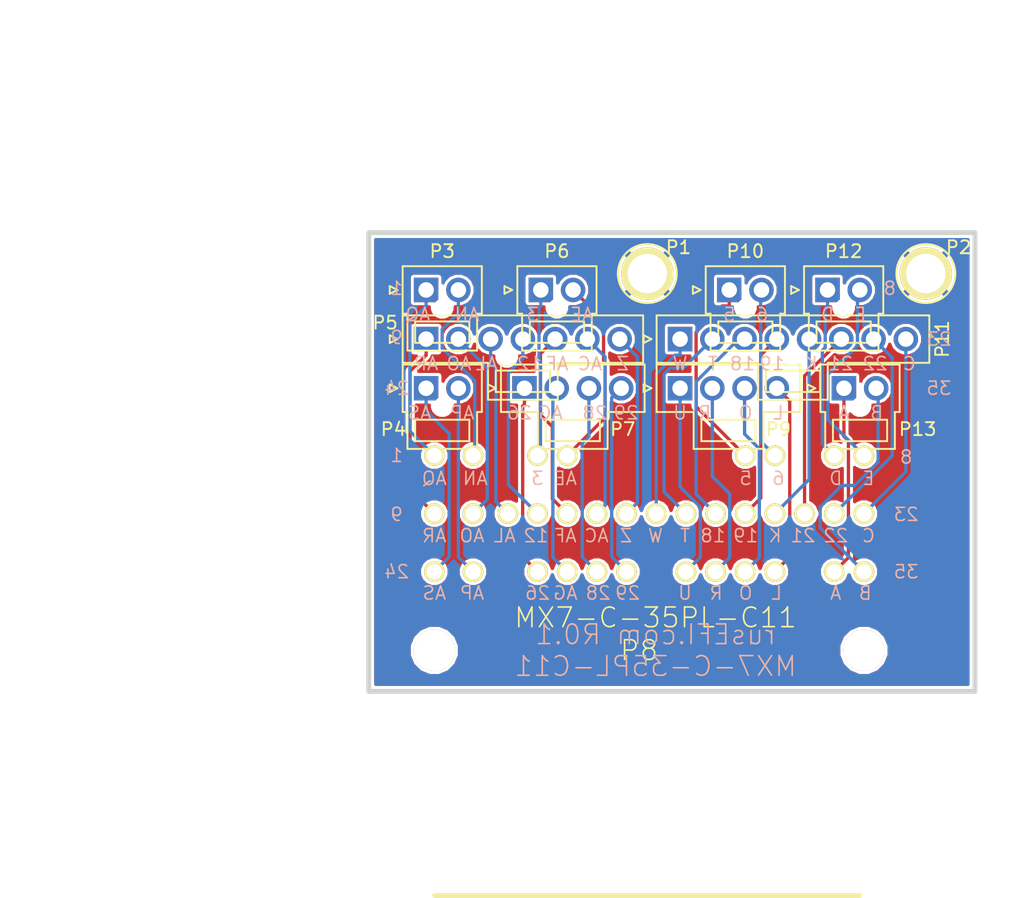
<source format=kicad_pcb>
(kicad_pcb (version 4) (host pcbnew 4.0.1-stable)

  (general
    (links 36)
    (no_connects 0)
    (area 81.28 30.48 182.880001 215.557901)
    (thickness 1.6)
    (drawings 91)
    (tracks 139)
    (zones 0)
    (modules 13)
    (nets 37)
  )

  (page A portrait)
  (title_block
    (title "MX7-C-35PL-C11 Connector breakout")
    (date 2016-11-20)
    (rev R0.1)
    (company rusEFI)
  )

  (layers
    (0 F.Cu signal)
    (31 B.Cu signal)
    (33 F.Adhes user)
    (34 B.Paste user)
    (35 F.Paste user)
    (36 B.SilkS user)
    (37 F.SilkS user)
    (38 B.Mask user)
    (39 F.Mask user)
    (40 Dwgs.User user)
    (41 Cmts.User user)
    (42 Eco1.User user)
    (43 Eco2.User user)
    (44 Edge.Cuts user)
    (45 Margin user hide)
    (47 F.CrtYd user hide)
    (49 F.Fab user hide)
  )

  (setup
    (last_trace_width 0.254)
    (trace_clearance 0.1524)
    (zone_clearance 0.2286)
    (zone_45_only no)
    (trace_min 0.1524)
    (segment_width 0.381)
    (edge_width 0.381)
    (via_size 0.889)
    (via_drill 0.635)
    (via_min_size 0.889)
    (via_min_drill 0.508)
    (uvia_size 0.508)
    (uvia_drill 0.127)
    (uvias_allowed no)
    (uvia_min_size 0.508)
    (uvia_min_drill 0.127)
    (pcb_text_width 0.3048)
    (pcb_text_size 1.524 2.032)
    (mod_edge_width 0.381)
    (mod_text_size 1.524 1.524)
    (mod_text_width 0.3048)
    (pad_size 2.2 2.2)
    (pad_drill 2.2)
    (pad_to_mask_clearance 0.254)
    (aux_axis_origin 0 0)
    (visible_elements 7FFFD66D)
    (pcbplotparams
      (layerselection 0x010f8_80000001)
      (usegerberextensions true)
      (excludeedgelayer true)
      (linewidth 0.150000)
      (plotframeref false)
      (viasonmask false)
      (mode 1)
      (useauxorigin false)
      (hpglpennumber 1)
      (hpglpenspeed 20)
      (hpglpendiameter 15)
      (hpglpenoverlay 2)
      (psnegative false)
      (psa4output false)
      (plotreference false)
      (plotvalue false)
      (plotinvisibletext false)
      (padsonsilk false)
      (subtractmaskfromsilk false)
      (outputformat 1)
      (mirror false)
      (drillshape 0)
      (scaleselection 1)
      (outputdirectory 1123038-2-gerber))
  )

  (net 0 "")
  (net 1 GND)
  (net 2 /AQ)
  (net 3 /AN)
  (net 4 /AS)
  (net 5 /AP)
  (net 6 /AR)
  (net 7 /AO)
  (net 8 /AL)
  (net 9 /12)
  (net 10 /AF)
  (net 11 /AC)
  (net 12 /Z)
  (net 13 /3)
  (net 14 /AE)
  (net 15 /26)
  (net 16 /AG)
  (net 17 /28)
  (net 18 /29)
  (net 19 /5)
  (net 20 /6)
  (net 21 /D)
  (net 22 /F)
  (net 23 /W)
  (net 24 /T)
  (net 25 /18)
  (net 26 /19)
  (net 27 /K)
  (net 28 /21)
  (net 29 /22)
  (net 30 /C)
  (net 31 /U)
  (net 32 /R)
  (net 33 /O)
  (net 34 /L)
  (net 35 /A)
  (net 36 /B)

  (net_class Default "Это класс цепей по умолчанию."
    (clearance 0.1524)
    (trace_width 0.254)
    (via_dia 0.889)
    (via_drill 0.635)
    (uvia_dia 0.508)
    (uvia_drill 0.127)
    (add_net /12)
    (add_net /18)
    (add_net /19)
    (add_net /21)
    (add_net /22)
    (add_net /26)
    (add_net /28)
    (add_net /29)
    (add_net /3)
    (add_net /5)
    (add_net /6)
    (add_net /A)
    (add_net /AC)
    (add_net /AE)
    (add_net /AF)
    (add_net /AG)
    (add_net /AL)
    (add_net /AN)
    (add_net /AO)
    (add_net /AP)
    (add_net /AQ)
    (add_net /AR)
    (add_net /AS)
    (add_net /B)
    (add_net /C)
    (add_net /D)
    (add_net /F)
    (add_net /K)
    (add_net /L)
    (add_net /O)
    (add_net /R)
    (add_net /T)
    (add_net /U)
    (add_net /W)
    (add_net /Z)
  )

  (net_class 1.5A ""
    (clearance 0.1524)
    (trace_width 0.508)
    (via_dia 0.889)
    (via_drill 0.635)
    (uvia_dia 0.508)
    (uvia_drill 0.127)
  )

  (net_class 10A ""
    (clearance 0.1524)
    (trace_width 6.096)
    (via_dia 0.889)
    (via_drill 0.635)
    (uvia_dia 0.508)
    (uvia_drill 0.127)
  )

  (net_class 1A ""
    (clearance 0.1524)
    (trace_width 0.254)
    (via_dia 0.889)
    (via_drill 0.635)
    (uvia_dia 0.508)
    (uvia_drill 0.127)
  )

  (net_class 3.75A ""
    (clearance 0.1524)
    (trace_width 1.778)
    (via_dia 0.889)
    (via_drill 0.635)
    (uvia_dia 0.508)
    (uvia_drill 0.127)
    (add_net GND)
  )

  (module 1pin (layer F.Cu) (tedit 58384E49) (tstamp 57F1AB54)
    (at 148.59 167.005)
    (descr "module 1 pin (ou trou mecanique de percage)")
    (tags DEV)
    (path /5374C241)
    (fp_text reference P1 (at 2.413 -2.032) (layer F.SilkS)
      (effects (font (size 1 1) (thickness 0.15)))
    )
    (fp_text value CONN_1 (at 0 2.794) (layer F.Fab) hide
      (effects (font (size 1 1) (thickness 0.15)))
    )
    (fp_circle (center 0 0) (end 0 -2.286) (layer F.SilkS) (width 0.15))
    (pad 1 thru_hole circle (at 0 0) (size 4.064 4.064) (drill 3.048) (layers *.Cu *.Mask F.SilkS)
      (net 1 GND))
  )

  (module 1pin (layer F.Cu) (tedit 58384E40) (tstamp 57F1AB5A)
    (at 170.18 167.005)
    (descr "module 1 pin (ou trou mecanique de percage)")
    (tags DEV)
    (path /5374C093)
    (fp_text reference P2 (at 2.54 -2.032) (layer F.SilkS)
      (effects (font (size 1 1) (thickness 0.15)))
    )
    (fp_text value CONN_1 (at 0 2.794) (layer F.Fab) hide
      (effects (font (size 1 1) (thickness 0.15)))
    )
    (fp_circle (center 0 0) (end 0 -2.286) (layer F.SilkS) (width 0.15))
    (pad 1 thru_hole circle (at 0 0) (size 4.064 4.064) (drill 3.048) (layers *.Cu *.Mask F.SilkS)
      (net 1 GND))
  )

  (module Molex_NanoFit_1x02x2.50mm_Straight (layer F.Cu) (tedit 5831CB59) (tstamp 5831CFE9)
    (at 131.445 168.275)
    (descr "Molex Nano Fit, single row, top entry, through hole, Datasheet:http://www.molex.com/pdm_docs/sd/1053091203_sd.pdf")
    (tags "connector molex nano-fit 105309-xx04")
    (path /58320E27)
    (fp_text reference P3 (at 1.25 -3) (layer F.SilkS)
      (effects (font (size 1 1) (thickness 0.15)))
    )
    (fp_text value CONN_01X02 (at 1.25 -4.5) (layer F.Fab) hide
      (effects (font (size 1 1) (thickness 0.15)))
    )
    (fp_line (start -1.72 -1.74) (end -1.72 1.74) (layer F.Fab) (width 0.05))
    (fp_line (start -1.72 1.74) (end 4.22 1.74) (layer F.Fab) (width 0.05))
    (fp_line (start 4.22 1.74) (end 4.22 -1.74) (layer F.Fab) (width 0.05))
    (fp_line (start 4.22 -1.74) (end -1.72 -1.74) (layer F.Fab) (width 0.05))
    (fp_line (start 1.25 -1.84) (end -1.82 -1.84) (layer F.SilkS) (width 0.15))
    (fp_line (start -1.82 -1.84) (end -1.82 1.84) (layer F.SilkS) (width 0.15))
    (fp_line (start -1.82 1.84) (end -1.45 1.84) (layer F.SilkS) (width 0.15))
    (fp_line (start -1.45 1.84) (end -1.45 4.7) (layer F.SilkS) (width 0.15))
    (fp_line (start -1.45 4.7) (end 1.25 4.7) (layer F.SilkS) (width 0.15))
    (fp_line (start 1.25 -1.84) (end 4.32 -1.84) (layer F.SilkS) (width 0.15))
    (fp_line (start 4.32 -1.84) (end 4.32 1.84) (layer F.SilkS) (width 0.15))
    (fp_line (start 4.32 1.84) (end 3.95 1.84) (layer F.SilkS) (width 0.15))
    (fp_line (start 3.95 1.84) (end 3.95 4.7) (layer F.SilkS) (width 0.15))
    (fp_line (start 3.95 4.7) (end 1.25 4.7) (layer F.SilkS) (width 0.15))
    (fp_line (start -0.85 2.44) (end -0.85 4.1) (layer F.SilkS) (width 0.15))
    (fp_line (start -0.85 4.1) (end 3.35 4.1) (layer F.SilkS) (width 0.15))
    (fp_line (start 3.35 4.1) (end 3.35 2.44) (layer F.SilkS) (width 0.15))
    (fp_line (start 3.35 2.44) (end -0.85 2.44) (layer F.SilkS) (width 0.15))
    (fp_line (start -2.2 -2.2) (end -2.2 2.2) (layer F.CrtYd) (width 0.05))
    (fp_line (start -2.2 2.2) (end -1.85 2.2) (layer F.CrtYd) (width 0.05))
    (fp_line (start -1.85 2.2) (end -1.85 5.05) (layer F.CrtYd) (width 0.05))
    (fp_line (start -1.85 5.05) (end 4.3 5.05) (layer F.CrtYd) (width 0.05))
    (fp_line (start 4.3 5.05) (end 4.3 2.2) (layer F.CrtYd) (width 0.05))
    (fp_line (start 4.3 2.2) (end 4.7 2.2) (layer F.CrtYd) (width 0.05))
    (fp_line (start 4.7 2.2) (end 4.7 -2.2) (layer F.CrtYd) (width 0.05))
    (fp_line (start 4.7 -2.2) (end -2.2 -2.2) (layer F.CrtYd) (width 0.05))
    (fp_line (start -1.1875 -1.1875) (end -1.1875 1.1875) (layer F.Fab) (width 0.05))
    (fp_line (start -1.1875 1.1875) (end 1.1875 1.1875) (layer F.Fab) (width 0.05))
    (fp_line (start 1.1875 1.1875) (end 1.1875 -1.1875) (layer F.Fab) (width 0.05))
    (fp_line (start 1.1875 -1.1875) (end -1.1875 -1.1875) (layer F.Fab) (width 0.05))
    (fp_line (start 1.3125 -1.1875) (end 1.3125 1.1875) (layer F.Fab) (width 0.05))
    (fp_line (start 1.3125 1.1875) (end 3.6875 1.1875) (layer F.Fab) (width 0.05))
    (fp_line (start 3.6875 1.1875) (end 3.6875 -1.1875) (layer F.Fab) (width 0.05))
    (fp_line (start 3.6875 -1.1875) (end 1.3125 -1.1875) (layer F.Fab) (width 0.05))
    (fp_line (start -2.22 0) (end -2.82 0.3) (layer F.SilkS) (width 0.15))
    (fp_line (start -2.82 0.3) (end -2.82 -0.3) (layer F.SilkS) (width 0.15))
    (fp_line (start -2.82 -0.3) (end -2.22 0) (layer F.SilkS) (width 0.15))
    (pad 1 thru_hole rect (at 0 0) (size 1.9 1.9) (drill 1.2) (layers *.Cu *.Mask)
      (net 2 /AQ))
    (pad 2 thru_hole circle (at 2.5 0) (size 1.9 1.9) (drill 1.2) (layers *.Cu *.Mask)
      (net 3 /AN))
    (pad "" np_thru_hole circle (at 1.25 1.34) (size 1.3 1.3) (drill 1.3) (layers *.Cu))
    (model Connectors_Molex.3dshapes/Molex_NanoFit_1x02x2.50mm_Straight.wrl
      (at (xyz 0 0 0))
      (scale (xyz 1 1 1))
      (rotate (xyz 0 0 0))
    )
  )

  (module Molex_NanoFit_1x02x2.50mm_Straight (layer F.Cu) (tedit 5831CBC4) (tstamp 5831D014)
    (at 131.445 175.895)
    (descr "Molex Nano Fit, single row, top entry, through hole, Datasheet:http://www.molex.com/pdm_docs/sd/1053091203_sd.pdf")
    (tags "connector molex nano-fit 105309-xx04")
    (path /5832208E)
    (fp_text reference P4 (at -2.54 3.175) (layer F.SilkS)
      (effects (font (size 1 1) (thickness 0.15)))
    )
    (fp_text value CONN_01X02 (at 1.25 -4.5) (layer F.Fab) hide
      (effects (font (size 1 1) (thickness 0.15)))
    )
    (fp_line (start -1.72 -1.74) (end -1.72 1.74) (layer F.Fab) (width 0.05))
    (fp_line (start -1.72 1.74) (end 4.22 1.74) (layer F.Fab) (width 0.05))
    (fp_line (start 4.22 1.74) (end 4.22 -1.74) (layer F.Fab) (width 0.05))
    (fp_line (start 4.22 -1.74) (end -1.72 -1.74) (layer F.Fab) (width 0.05))
    (fp_line (start 1.25 -1.84) (end -1.82 -1.84) (layer F.SilkS) (width 0.15))
    (fp_line (start -1.82 -1.84) (end -1.82 1.84) (layer F.SilkS) (width 0.15))
    (fp_line (start -1.82 1.84) (end -1.45 1.84) (layer F.SilkS) (width 0.15))
    (fp_line (start -1.45 1.84) (end -1.45 4.7) (layer F.SilkS) (width 0.15))
    (fp_line (start -1.45 4.7) (end 1.25 4.7) (layer F.SilkS) (width 0.15))
    (fp_line (start 1.25 -1.84) (end 4.32 -1.84) (layer F.SilkS) (width 0.15))
    (fp_line (start 4.32 -1.84) (end 4.32 1.84) (layer F.SilkS) (width 0.15))
    (fp_line (start 4.32 1.84) (end 3.95 1.84) (layer F.SilkS) (width 0.15))
    (fp_line (start 3.95 1.84) (end 3.95 4.7) (layer F.SilkS) (width 0.15))
    (fp_line (start 3.95 4.7) (end 1.25 4.7) (layer F.SilkS) (width 0.15))
    (fp_line (start -0.85 2.44) (end -0.85 4.1) (layer F.SilkS) (width 0.15))
    (fp_line (start -0.85 4.1) (end 3.35 4.1) (layer F.SilkS) (width 0.15))
    (fp_line (start 3.35 4.1) (end 3.35 2.44) (layer F.SilkS) (width 0.15))
    (fp_line (start 3.35 2.44) (end -0.85 2.44) (layer F.SilkS) (width 0.15))
    (fp_line (start -2.2 -2.2) (end -2.2 2.2) (layer F.CrtYd) (width 0.05))
    (fp_line (start -2.2 2.2) (end -1.85 2.2) (layer F.CrtYd) (width 0.05))
    (fp_line (start -1.85 2.2) (end -1.85 5.05) (layer F.CrtYd) (width 0.05))
    (fp_line (start -1.85 5.05) (end 4.3 5.05) (layer F.CrtYd) (width 0.05))
    (fp_line (start 4.3 5.05) (end 4.3 2.2) (layer F.CrtYd) (width 0.05))
    (fp_line (start 4.3 2.2) (end 4.7 2.2) (layer F.CrtYd) (width 0.05))
    (fp_line (start 4.7 2.2) (end 4.7 -2.2) (layer F.CrtYd) (width 0.05))
    (fp_line (start 4.7 -2.2) (end -2.2 -2.2) (layer F.CrtYd) (width 0.05))
    (fp_line (start -1.1875 -1.1875) (end -1.1875 1.1875) (layer F.Fab) (width 0.05))
    (fp_line (start -1.1875 1.1875) (end 1.1875 1.1875) (layer F.Fab) (width 0.05))
    (fp_line (start 1.1875 1.1875) (end 1.1875 -1.1875) (layer F.Fab) (width 0.05))
    (fp_line (start 1.1875 -1.1875) (end -1.1875 -1.1875) (layer F.Fab) (width 0.05))
    (fp_line (start 1.3125 -1.1875) (end 1.3125 1.1875) (layer F.Fab) (width 0.05))
    (fp_line (start 1.3125 1.1875) (end 3.6875 1.1875) (layer F.Fab) (width 0.05))
    (fp_line (start 3.6875 1.1875) (end 3.6875 -1.1875) (layer F.Fab) (width 0.05))
    (fp_line (start 3.6875 -1.1875) (end 1.3125 -1.1875) (layer F.Fab) (width 0.05))
    (fp_line (start -2.22 0) (end -2.82 0.3) (layer F.SilkS) (width 0.15))
    (fp_line (start -2.82 0.3) (end -2.82 -0.3) (layer F.SilkS) (width 0.15))
    (fp_line (start -2.82 -0.3) (end -2.22 0) (layer F.SilkS) (width 0.15))
    (pad 1 thru_hole rect (at 0 0) (size 1.9 1.9) (drill 1.2) (layers *.Cu *.Mask)
      (net 4 /AS))
    (pad 2 thru_hole circle (at 2.5 0) (size 1.9 1.9) (drill 1.2) (layers *.Cu *.Mask)
      (net 5 /AP))
    (pad "" np_thru_hole circle (at 1.25 1.34) (size 1.3 1.3) (drill 1.3) (layers *.Cu))
    (model Connectors_Molex.3dshapes/Molex_NanoFit_1x02x2.50mm_Straight.wrl
      (at (xyz 0 0 0))
      (scale (xyz 1 1 1))
      (rotate (xyz 0 0 0))
    )
  )

  (module Molex_NanoFit_1x07x2.50mm_Straight (layer F.Cu) (tedit 5831CC00) (tstamp 5831D03F)
    (at 131.445 172.085)
    (descr "Molex Nano Fit, single row, top entry, through hole, Datasheet:http://www.molex.com/pdm_docs/sd/1053091203_sd.pdf")
    (tags "connector molex nano-fit 105309-xx14")
    (path /5832438A)
    (fp_text reference P5 (at -3.175 -1.27) (layer F.SilkS)
      (effects (font (size 1 1) (thickness 0.15)))
    )
    (fp_text value CONN_01X07 (at 7.5 -4.5) (layer F.Fab) hide
      (effects (font (size 1 1) (thickness 0.15)))
    )
    (fp_line (start -1.72 -1.74) (end -1.72 1.74) (layer F.Fab) (width 0.05))
    (fp_line (start -1.72 1.74) (end 16.72 1.74) (layer F.Fab) (width 0.05))
    (fp_line (start 16.72 1.74) (end 16.72 -1.74) (layer F.Fab) (width 0.05))
    (fp_line (start 16.72 -1.74) (end -1.72 -1.74) (layer F.Fab) (width 0.05))
    (fp_line (start 7.5 -1.84) (end -1.82 -1.84) (layer F.SilkS) (width 0.15))
    (fp_line (start -1.82 -1.84) (end -1.82 1.84) (layer F.SilkS) (width 0.15))
    (fp_line (start -1.82 1.84) (end 4.8 1.84) (layer F.SilkS) (width 0.15))
    (fp_line (start 4.8 1.84) (end 4.8 4.7) (layer F.SilkS) (width 0.15))
    (fp_line (start 4.8 4.7) (end 7.5 4.7) (layer F.SilkS) (width 0.15))
    (fp_line (start 7.5 -1.84) (end 16.82 -1.84) (layer F.SilkS) (width 0.15))
    (fp_line (start 16.82 -1.84) (end 16.82 1.84) (layer F.SilkS) (width 0.15))
    (fp_line (start 16.82 1.84) (end 10.2 1.84) (layer F.SilkS) (width 0.15))
    (fp_line (start 10.2 1.84) (end 10.2 4.7) (layer F.SilkS) (width 0.15))
    (fp_line (start 10.2 4.7) (end 7.5 4.7) (layer F.SilkS) (width 0.15))
    (fp_line (start 5.4 2.44) (end 5.4 4.1) (layer F.SilkS) (width 0.15))
    (fp_line (start 5.4 4.1) (end 9.6 4.1) (layer F.SilkS) (width 0.15))
    (fp_line (start 9.6 4.1) (end 9.6 2.44) (layer F.SilkS) (width 0.15))
    (fp_line (start 9.6 2.44) (end 5.4 2.44) (layer F.SilkS) (width 0.15))
    (fp_line (start -2.2 -2.2) (end -2.2 2.2) (layer F.CrtYd) (width 0.05))
    (fp_line (start -2.2 2.2) (end 4.4 2.2) (layer F.CrtYd) (width 0.05))
    (fp_line (start 4.4 2.2) (end 4.4 5.05) (layer F.CrtYd) (width 0.05))
    (fp_line (start 4.4 5.05) (end 10.55 5.05) (layer F.CrtYd) (width 0.05))
    (fp_line (start 10.55 5.05) (end 10.55 2.2) (layer F.CrtYd) (width 0.05))
    (fp_line (start 10.55 2.2) (end 17.2 2.2) (layer F.CrtYd) (width 0.05))
    (fp_line (start 17.2 2.2) (end 17.2 -2.2) (layer F.CrtYd) (width 0.05))
    (fp_line (start 17.2 -2.2) (end -2.2 -2.2) (layer F.CrtYd) (width 0.05))
    (fp_line (start -1.1875 -1.1875) (end -1.1875 1.1875) (layer F.Fab) (width 0.05))
    (fp_line (start -1.1875 1.1875) (end 1.1875 1.1875) (layer F.Fab) (width 0.05))
    (fp_line (start 1.1875 1.1875) (end 1.1875 -1.1875) (layer F.Fab) (width 0.05))
    (fp_line (start 1.1875 -1.1875) (end -1.1875 -1.1875) (layer F.Fab) (width 0.05))
    (fp_line (start 1.3125 -1.1875) (end 1.3125 1.1875) (layer F.Fab) (width 0.05))
    (fp_line (start 1.3125 1.1875) (end 3.6875 1.1875) (layer F.Fab) (width 0.05))
    (fp_line (start 3.6875 1.1875) (end 3.6875 -1.1875) (layer F.Fab) (width 0.05))
    (fp_line (start 3.6875 -1.1875) (end 1.3125 -1.1875) (layer F.Fab) (width 0.05))
    (fp_line (start 3.8125 -1.1875) (end 3.8125 1.1875) (layer F.Fab) (width 0.05))
    (fp_line (start 3.8125 1.1875) (end 6.1875 1.1875) (layer F.Fab) (width 0.05))
    (fp_line (start 6.1875 1.1875) (end 6.1875 -1.1875) (layer F.Fab) (width 0.05))
    (fp_line (start 6.1875 -1.1875) (end 3.8125 -1.1875) (layer F.Fab) (width 0.05))
    (fp_line (start 6.3125 -1.1875) (end 6.3125 1.1875) (layer F.Fab) (width 0.05))
    (fp_line (start 6.3125 1.1875) (end 8.6875 1.1875) (layer F.Fab) (width 0.05))
    (fp_line (start 8.6875 1.1875) (end 8.6875 -1.1875) (layer F.Fab) (width 0.05))
    (fp_line (start 8.6875 -1.1875) (end 6.3125 -1.1875) (layer F.Fab) (width 0.05))
    (fp_line (start 8.8125 -1.1875) (end 8.8125 1.1875) (layer F.Fab) (width 0.05))
    (fp_line (start 8.8125 1.1875) (end 11.1875 1.1875) (layer F.Fab) (width 0.05))
    (fp_line (start 11.1875 1.1875) (end 11.1875 -1.1875) (layer F.Fab) (width 0.05))
    (fp_line (start 11.1875 -1.1875) (end 8.8125 -1.1875) (layer F.Fab) (width 0.05))
    (fp_line (start 11.3125 -1.1875) (end 11.3125 1.1875) (layer F.Fab) (width 0.05))
    (fp_line (start 11.3125 1.1875) (end 13.6875 1.1875) (layer F.Fab) (width 0.05))
    (fp_line (start 13.6875 1.1875) (end 13.6875 -1.1875) (layer F.Fab) (width 0.05))
    (fp_line (start 13.6875 -1.1875) (end 11.3125 -1.1875) (layer F.Fab) (width 0.05))
    (fp_line (start 13.8125 -1.1875) (end 13.8125 1.1875) (layer F.Fab) (width 0.05))
    (fp_line (start 13.8125 1.1875) (end 16.1875 1.1875) (layer F.Fab) (width 0.05))
    (fp_line (start 16.1875 1.1875) (end 16.1875 -1.1875) (layer F.Fab) (width 0.05))
    (fp_line (start 16.1875 -1.1875) (end 13.8125 -1.1875) (layer F.Fab) (width 0.05))
    (fp_line (start -2.22 0) (end -2.82 0.3) (layer F.SilkS) (width 0.15))
    (fp_line (start -2.82 0.3) (end -2.82 -0.3) (layer F.SilkS) (width 0.15))
    (fp_line (start -2.82 -0.3) (end -2.22 0) (layer F.SilkS) (width 0.15))
    (pad 1 thru_hole rect (at 0 0) (size 1.9 1.9) (drill 1.2) (layers *.Cu *.Mask)
      (net 6 /AR))
    (pad 2 thru_hole circle (at 2.5 0) (size 1.9 1.9) (drill 1.2) (layers *.Cu *.Mask)
      (net 7 /AO))
    (pad 3 thru_hole circle (at 5 0) (size 1.9 1.9) (drill 1.2) (layers *.Cu *.Mask)
      (net 8 /AL))
    (pad 4 thru_hole circle (at 7.5 0) (size 1.9 1.9) (drill 1.2) (layers *.Cu *.Mask)
      (net 9 /12))
    (pad 5 thru_hole circle (at 10 0) (size 1.9 1.9) (drill 1.2) (layers *.Cu *.Mask)
      (net 10 /AF))
    (pad 6 thru_hole circle (at 12.5 0) (size 1.9 1.9) (drill 1.2) (layers *.Cu *.Mask)
      (net 11 /AC))
    (pad 7 thru_hole circle (at 15 0) (size 1.9 1.9) (drill 1.2) (layers *.Cu *.Mask)
      (net 12 /Z))
    (pad "" np_thru_hole circle (at 6.25 1.34) (size 1.3 1.3) (drill 1.3) (layers *.Cu))
    (model Connectors_Molex.3dshapes/Molex_NanoFit_1x07x2.50mm_Straight.wrl
      (at (xyz 0 0 0))
      (scale (xyz 1 1 1))
      (rotate (xyz 0 0 0))
    )
  )

  (module Molex_NanoFit_1x02x2.50mm_Straight (layer F.Cu) (tedit 5831CB51) (tstamp 5831D083)
    (at 140.335 168.275)
    (descr "Molex Nano Fit, single row, top entry, through hole, Datasheet:http://www.molex.com/pdm_docs/sd/1053091203_sd.pdf")
    (tags "connector molex nano-fit 105309-xx04")
    (path /58321F53)
    (fp_text reference P6 (at 1.25 -3) (layer F.SilkS)
      (effects (font (size 1 1) (thickness 0.15)))
    )
    (fp_text value CONN_01X02 (at 1.25 -4.5) (layer F.Fab) hide
      (effects (font (size 1 1) (thickness 0.15)))
    )
    (fp_line (start -1.72 -1.74) (end -1.72 1.74) (layer F.Fab) (width 0.05))
    (fp_line (start -1.72 1.74) (end 4.22 1.74) (layer F.Fab) (width 0.05))
    (fp_line (start 4.22 1.74) (end 4.22 -1.74) (layer F.Fab) (width 0.05))
    (fp_line (start 4.22 -1.74) (end -1.72 -1.74) (layer F.Fab) (width 0.05))
    (fp_line (start 1.25 -1.84) (end -1.82 -1.84) (layer F.SilkS) (width 0.15))
    (fp_line (start -1.82 -1.84) (end -1.82 1.84) (layer F.SilkS) (width 0.15))
    (fp_line (start -1.82 1.84) (end -1.45 1.84) (layer F.SilkS) (width 0.15))
    (fp_line (start -1.45 1.84) (end -1.45 4.7) (layer F.SilkS) (width 0.15))
    (fp_line (start -1.45 4.7) (end 1.25 4.7) (layer F.SilkS) (width 0.15))
    (fp_line (start 1.25 -1.84) (end 4.32 -1.84) (layer F.SilkS) (width 0.15))
    (fp_line (start 4.32 -1.84) (end 4.32 1.84) (layer F.SilkS) (width 0.15))
    (fp_line (start 4.32 1.84) (end 3.95 1.84) (layer F.SilkS) (width 0.15))
    (fp_line (start 3.95 1.84) (end 3.95 4.7) (layer F.SilkS) (width 0.15))
    (fp_line (start 3.95 4.7) (end 1.25 4.7) (layer F.SilkS) (width 0.15))
    (fp_line (start -0.85 2.44) (end -0.85 4.1) (layer F.SilkS) (width 0.15))
    (fp_line (start -0.85 4.1) (end 3.35 4.1) (layer F.SilkS) (width 0.15))
    (fp_line (start 3.35 4.1) (end 3.35 2.44) (layer F.SilkS) (width 0.15))
    (fp_line (start 3.35 2.44) (end -0.85 2.44) (layer F.SilkS) (width 0.15))
    (fp_line (start -2.2 -2.2) (end -2.2 2.2) (layer F.CrtYd) (width 0.05))
    (fp_line (start -2.2 2.2) (end -1.85 2.2) (layer F.CrtYd) (width 0.05))
    (fp_line (start -1.85 2.2) (end -1.85 5.05) (layer F.CrtYd) (width 0.05))
    (fp_line (start -1.85 5.05) (end 4.3 5.05) (layer F.CrtYd) (width 0.05))
    (fp_line (start 4.3 5.05) (end 4.3 2.2) (layer F.CrtYd) (width 0.05))
    (fp_line (start 4.3 2.2) (end 4.7 2.2) (layer F.CrtYd) (width 0.05))
    (fp_line (start 4.7 2.2) (end 4.7 -2.2) (layer F.CrtYd) (width 0.05))
    (fp_line (start 4.7 -2.2) (end -2.2 -2.2) (layer F.CrtYd) (width 0.05))
    (fp_line (start -1.1875 -1.1875) (end -1.1875 1.1875) (layer F.Fab) (width 0.05))
    (fp_line (start -1.1875 1.1875) (end 1.1875 1.1875) (layer F.Fab) (width 0.05))
    (fp_line (start 1.1875 1.1875) (end 1.1875 -1.1875) (layer F.Fab) (width 0.05))
    (fp_line (start 1.1875 -1.1875) (end -1.1875 -1.1875) (layer F.Fab) (width 0.05))
    (fp_line (start 1.3125 -1.1875) (end 1.3125 1.1875) (layer F.Fab) (width 0.05))
    (fp_line (start 1.3125 1.1875) (end 3.6875 1.1875) (layer F.Fab) (width 0.05))
    (fp_line (start 3.6875 1.1875) (end 3.6875 -1.1875) (layer F.Fab) (width 0.05))
    (fp_line (start 3.6875 -1.1875) (end 1.3125 -1.1875) (layer F.Fab) (width 0.05))
    (fp_line (start -2.22 0) (end -2.82 0.3) (layer F.SilkS) (width 0.15))
    (fp_line (start -2.82 0.3) (end -2.82 -0.3) (layer F.SilkS) (width 0.15))
    (fp_line (start -2.82 -0.3) (end -2.22 0) (layer F.SilkS) (width 0.15))
    (pad 1 thru_hole rect (at 0 0) (size 1.9 1.9) (drill 1.2) (layers *.Cu *.Mask)
      (net 13 /3))
    (pad 2 thru_hole circle (at 2.5 0) (size 1.9 1.9) (drill 1.2) (layers *.Cu *.Mask)
      (net 14 /AE))
    (pad "" np_thru_hole circle (at 1.25 1.34) (size 1.3 1.3) (drill 1.3) (layers *.Cu))
    (model Connectors_Molex.3dshapes/Molex_NanoFit_1x02x2.50mm_Straight.wrl
      (at (xyz 0 0 0))
      (scale (xyz 1 1 1))
      (rotate (xyz 0 0 0))
    )
  )

  (module Molex_NanoFit_1x04x2.50mm_Straight (layer F.Cu) (tedit 5831CBBE) (tstamp 5831D0AE)
    (at 139.065 175.895)
    (descr "Molex Nano Fit, single row, top entry, through hole, Datasheet:http://www.molex.com/pdm_docs/sd/1053091203_sd.pdf")
    (tags "connector molex nano-fit 105309-xx08")
    (path /58324C2C)
    (fp_text reference P7 (at 7.62 3.175) (layer F.SilkS)
      (effects (font (size 1 1) (thickness 0.15)))
    )
    (fp_text value CONN_01X04 (at 3.75 -4.5) (layer F.Fab) hide
      (effects (font (size 1 1) (thickness 0.15)))
    )
    (fp_line (start -1.72 -1.74) (end -1.72 1.74) (layer F.Fab) (width 0.05))
    (fp_line (start -1.72 1.74) (end 9.22 1.74) (layer F.Fab) (width 0.05))
    (fp_line (start 9.22 1.74) (end 9.22 -1.74) (layer F.Fab) (width 0.05))
    (fp_line (start 9.22 -1.74) (end -1.72 -1.74) (layer F.Fab) (width 0.05))
    (fp_line (start 3.75 -1.84) (end -1.82 -1.84) (layer F.SilkS) (width 0.15))
    (fp_line (start -1.82 -1.84) (end -1.82 1.84) (layer F.SilkS) (width 0.15))
    (fp_line (start -1.82 1.84) (end 1.05 1.84) (layer F.SilkS) (width 0.15))
    (fp_line (start 1.05 1.84) (end 1.05 4.7) (layer F.SilkS) (width 0.15))
    (fp_line (start 1.05 4.7) (end 3.75 4.7) (layer F.SilkS) (width 0.15))
    (fp_line (start 3.75 -1.84) (end 9.32 -1.84) (layer F.SilkS) (width 0.15))
    (fp_line (start 9.32 -1.84) (end 9.32 1.84) (layer F.SilkS) (width 0.15))
    (fp_line (start 9.32 1.84) (end 6.45 1.84) (layer F.SilkS) (width 0.15))
    (fp_line (start 6.45 1.84) (end 6.45 4.7) (layer F.SilkS) (width 0.15))
    (fp_line (start 6.45 4.7) (end 3.75 4.7) (layer F.SilkS) (width 0.15))
    (fp_line (start 1.65 2.44) (end 1.65 4.1) (layer F.SilkS) (width 0.15))
    (fp_line (start 1.65 4.1) (end 5.85 4.1) (layer F.SilkS) (width 0.15))
    (fp_line (start 5.85 4.1) (end 5.85 2.44) (layer F.SilkS) (width 0.15))
    (fp_line (start 5.85 2.44) (end 1.65 2.44) (layer F.SilkS) (width 0.15))
    (fp_line (start -2.2 -2.2) (end -2.2 2.2) (layer F.CrtYd) (width 0.05))
    (fp_line (start -2.2 2.2) (end 0.6 2.2) (layer F.CrtYd) (width 0.05))
    (fp_line (start 0.6 2.2) (end 0.6 5.05) (layer F.CrtYd) (width 0.05))
    (fp_line (start 0.6 5.05) (end 6.8 5.05) (layer F.CrtYd) (width 0.05))
    (fp_line (start 6.8 5.05) (end 6.8 2.2) (layer F.CrtYd) (width 0.05))
    (fp_line (start 6.8 2.2) (end 9.7 2.2) (layer F.CrtYd) (width 0.05))
    (fp_line (start 9.7 2.2) (end 9.7 -2.2) (layer F.CrtYd) (width 0.05))
    (fp_line (start 9.7 -2.2) (end -2.2 -2.2) (layer F.CrtYd) (width 0.05))
    (fp_line (start -1.1875 -1.1875) (end -1.1875 1.1875) (layer F.Fab) (width 0.05))
    (fp_line (start -1.1875 1.1875) (end 1.1875 1.1875) (layer F.Fab) (width 0.05))
    (fp_line (start 1.1875 1.1875) (end 1.1875 -1.1875) (layer F.Fab) (width 0.05))
    (fp_line (start 1.1875 -1.1875) (end -1.1875 -1.1875) (layer F.Fab) (width 0.05))
    (fp_line (start 1.3125 -1.1875) (end 1.3125 1.1875) (layer F.Fab) (width 0.05))
    (fp_line (start 1.3125 1.1875) (end 3.6875 1.1875) (layer F.Fab) (width 0.05))
    (fp_line (start 3.6875 1.1875) (end 3.6875 -1.1875) (layer F.Fab) (width 0.05))
    (fp_line (start 3.6875 -1.1875) (end 1.3125 -1.1875) (layer F.Fab) (width 0.05))
    (fp_line (start 3.8125 -1.1875) (end 3.8125 1.1875) (layer F.Fab) (width 0.05))
    (fp_line (start 3.8125 1.1875) (end 6.1875 1.1875) (layer F.Fab) (width 0.05))
    (fp_line (start 6.1875 1.1875) (end 6.1875 -1.1875) (layer F.Fab) (width 0.05))
    (fp_line (start 6.1875 -1.1875) (end 3.8125 -1.1875) (layer F.Fab) (width 0.05))
    (fp_line (start 6.3125 -1.1875) (end 6.3125 1.1875) (layer F.Fab) (width 0.05))
    (fp_line (start 6.3125 1.1875) (end 8.6875 1.1875) (layer F.Fab) (width 0.05))
    (fp_line (start 8.6875 1.1875) (end 8.6875 -1.1875) (layer F.Fab) (width 0.05))
    (fp_line (start 8.6875 -1.1875) (end 6.3125 -1.1875) (layer F.Fab) (width 0.05))
    (fp_line (start -2.22 0) (end -2.82 0.3) (layer F.SilkS) (width 0.15))
    (fp_line (start -2.82 0.3) (end -2.82 -0.3) (layer F.SilkS) (width 0.15))
    (fp_line (start -2.82 -0.3) (end -2.22 0) (layer F.SilkS) (width 0.15))
    (pad 1 thru_hole rect (at 0 0) (size 1.9 1.9) (drill 1.2) (layers *.Cu *.Mask)
      (net 15 /26))
    (pad 2 thru_hole circle (at 2.5 0) (size 1.9 1.9) (drill 1.2) (layers *.Cu *.Mask)
      (net 16 /AG))
    (pad 3 thru_hole circle (at 5 0) (size 1.9 1.9) (drill 1.2) (layers *.Cu *.Mask)
      (net 17 /28))
    (pad 4 thru_hole circle (at 7.5 0) (size 1.9 1.9) (drill 1.2) (layers *.Cu *.Mask)
      (net 18 /29))
    (pad "" np_thru_hole circle (at 3.75 1.34) (size 1.3 1.3) (drill 1.3) (layers *.Cu))
    (model Connectors_Molex.3dshapes/Molex_NanoFit_1x04x2.50mm_Straight.wrl
      (at (xyz 0 0 0))
      (scale (xyz 1 1 1))
      (rotate (xyz 0 0 0))
    )
  )

  (module MX7-C-35PL-C11 (layer F.Cu) (tedit 5831CC55) (tstamp 5831D0E3)
    (at 132.08 196.215)
    (path /57F1B83D)
    (fp_text reference P8 (at 15.875 0) (layer F.SilkS)
      (effects (font (thickness 0.127)))
    )
    (fp_text value MX7-C-35PL-C11 (at 17.145 -2.54) (layer F.SilkS)
      (effects (font (thickness 0.127)))
    )
    (fp_line (start 0 19) (end 33 19) (layer F.SilkS) (width 0.381))
    (pad 1 thru_hole circle (at 0 -15.1) (size 1.6 1.6) (drill 1.2) (layers *.Cu *.Mask F.SilkS)
      (net 2 /AQ))
    (pad 2 thru_hole circle (at 3 -15.1) (size 1.6 1.6) (drill 1.2) (layers *.Cu *.Mask F.SilkS)
      (net 3 /AN))
    (pad 3 thru_hole circle (at 8 -15.1) (size 1.6 1.6) (drill 1.2) (layers *.Cu *.Mask F.SilkS)
      (net 13 /3))
    (pad 4 thru_hole circle (at 10.3 -15.1) (size 1.6 1.6) (drill 1.2) (layers *.Cu *.Mask F.SilkS)
      (net 14 /AE))
    (pad 5 thru_hole circle (at 24.1 -15.1) (size 1.6 1.6) (drill 1.2) (layers *.Cu *.Mask F.SilkS)
      (net 19 /5))
    (pad 6 thru_hole circle (at 26.4 -15.1) (size 1.6 1.6) (drill 1.2) (layers *.Cu *.Mask F.SilkS)
      (net 20 /6))
    (pad 7 thru_hole circle (at 31 -15.1) (size 1.6 1.6) (drill 1.2) (layers *.Cu *.Mask F.SilkS)
      (net 21 /D))
    (pad 8 thru_hole circle (at 33.3 -15.1) (size 1.6 1.6) (drill 1.2) (layers *.Cu *.Mask F.SilkS)
      (net 22 /F))
    (pad 9 thru_hole circle (at 0 -10.6) (size 1.6 1.6) (drill 1.2) (layers *.Cu *.Mask F.SilkS)
      (net 6 /AR))
    (pad 10 thru_hole circle (at 3 -10.6) (size 1.6 1.6) (drill 1.2) (layers *.Cu *.Mask F.SilkS)
      (net 7 /AO))
    (pad 11 thru_hole circle (at 5.7 -10.6) (size 1.6 1.6) (drill 1.2) (layers *.Cu *.Mask F.SilkS)
      (net 8 /AL))
    (pad 12 thru_hole circle (at 8 -10.6) (size 1.6 1.6) (drill 1.2) (layers *.Cu *.Mask F.SilkS)
      (net 9 /12))
    (pad 13 thru_hole circle (at 10.3 -10.6) (size 1.6 1.6) (drill 1.2) (layers *.Cu *.Mask F.SilkS)
      (net 10 /AF))
    (pad 14 thru_hole circle (at 12.6 -10.6) (size 1.6 1.6) (drill 1.2) (layers *.Cu *.Mask F.SilkS)
      (net 11 /AC))
    (pad 15 thru_hole circle (at 14.9 -10.6) (size 1.6 1.6) (drill 1.2) (layers *.Cu *.Mask F.SilkS)
      (net 12 /Z))
    (pad 16 thru_hole circle (at 17.2 -10.6) (size 1.6 1.6) (drill 1.2) (layers *.Cu *.Mask F.SilkS)
      (net 23 /W))
    (pad 17 thru_hole circle (at 19.5 -10.6) (size 1.6 1.6) (drill 1.2) (layers *.Cu *.Mask F.SilkS)
      (net 24 /T))
    (pad 18 thru_hole circle (at 21.8 -10.6) (size 1.6 1.6) (drill 1.2) (layers *.Cu *.Mask F.SilkS)
      (net 25 /18))
    (pad 19 thru_hole circle (at 24.1 -10.6) (size 1.6 1.6) (drill 1.2) (layers *.Cu *.Mask F.SilkS)
      (net 26 /19))
    (pad 20 thru_hole circle (at 26.4 -10.6) (size 1.6 1.6) (drill 1.2) (layers *.Cu *.Mask F.SilkS)
      (net 27 /K))
    (pad 21 thru_hole circle (at 28.7 -10.6) (size 1.6 1.6) (drill 1.2) (layers *.Cu *.Mask F.SilkS)
      (net 28 /21))
    (pad 22 thru_hole circle (at 31 -10.6) (size 1.6 1.6) (drill 1.2) (layers *.Cu *.Mask F.SilkS)
      (net 29 /22))
    (pad 23 thru_hole circle (at 33.3 -10.6) (size 1.6 1.6) (drill 1.2) (layers *.Cu *.Mask F.SilkS)
      (net 30 /C))
    (pad 24 thru_hole circle (at 0 -6.1) (size 1.6 1.6) (drill 1.2) (layers *.Cu *.Mask F.SilkS)
      (net 4 /AS))
    (pad 25 thru_hole circle (at 3 -6.1) (size 1.6 1.6) (drill 1.2) (layers *.Cu *.Mask F.SilkS)
      (net 5 /AP))
    (pad 26 thru_hole circle (at 8 -6.1) (size 1.6 1.6) (drill 1.2) (layers *.Cu *.Mask F.SilkS)
      (net 15 /26))
    (pad 27 thru_hole circle (at 10.3 -6.1) (size 1.6 1.6) (drill 1.2) (layers *.Cu *.Mask F.SilkS)
      (net 16 /AG))
    (pad 28 thru_hole circle (at 12.6 -6.1) (size 1.6 1.6) (drill 1.2) (layers *.Cu *.Mask F.SilkS)
      (net 17 /28))
    (pad 29 thru_hole circle (at 14.9 -6.1) (size 1.6 1.6) (drill 1.2) (layers *.Cu *.Mask F.SilkS)
      (net 18 /29))
    (pad 30 thru_hole circle (at 19.5 -6.1) (size 1.6 1.6) (drill 1.2) (layers *.Cu *.Mask F.SilkS)
      (net 31 /U))
    (pad 31 thru_hole circle (at 21.8 -6.1) (size 1.6 1.6) (drill 1.2) (layers *.Cu *.Mask F.SilkS)
      (net 32 /R))
    (pad 32 thru_hole circle (at 24.1 -6.1) (size 1.6 1.6) (drill 1.2) (layers *.Cu *.Mask F.SilkS)
      (net 33 /O))
    (pad 33 thru_hole circle (at 26.4 -6.1) (size 1.6 1.6) (drill 1.2) (layers *.Cu *.Mask F.SilkS)
      (net 34 /L))
    (pad 34 thru_hole circle (at 31 -6.1) (size 1.6 1.6) (drill 1.2) (layers *.Cu *.Mask F.SilkS)
      (net 35 /A))
    (pad 35 thru_hole circle (at 33.3 -6.1) (size 1.6 1.6) (drill 1.2) (layers *.Cu *.Mask F.SilkS)
      (net 36 /B))
    (pad "" thru_hole circle (at 33.3 0) (size 3.2 3.2) (drill 3.2) (layers *.Cu *.Mask F.SilkS))
    (pad "" thru_hole circle (at 0 0) (size 3.2 3.2) (drill 3.2) (layers *.Cu *.Mask F.SilkS))
  )

  (module Molex_NanoFit_1x04x2.50mm_Straight (layer F.Cu) (tedit 5831CBBA) (tstamp 5831D10C)
    (at 151.13 175.895)
    (descr "Molex Nano Fit, single row, top entry, through hole, Datasheet:http://www.molex.com/pdm_docs/sd/1053091203_sd.pdf")
    (tags "connector molex nano-fit 105309-xx08")
    (path /583255DA)
    (fp_text reference P9 (at 7.62 3.175) (layer F.SilkS)
      (effects (font (size 1 1) (thickness 0.15)))
    )
    (fp_text value CONN_01X04 (at 3.75 -4.5) (layer F.Fab) hide
      (effects (font (size 1 1) (thickness 0.15)))
    )
    (fp_line (start -1.72 -1.74) (end -1.72 1.74) (layer F.Fab) (width 0.05))
    (fp_line (start -1.72 1.74) (end 9.22 1.74) (layer F.Fab) (width 0.05))
    (fp_line (start 9.22 1.74) (end 9.22 -1.74) (layer F.Fab) (width 0.05))
    (fp_line (start 9.22 -1.74) (end -1.72 -1.74) (layer F.Fab) (width 0.05))
    (fp_line (start 3.75 -1.84) (end -1.82 -1.84) (layer F.SilkS) (width 0.15))
    (fp_line (start -1.82 -1.84) (end -1.82 1.84) (layer F.SilkS) (width 0.15))
    (fp_line (start -1.82 1.84) (end 1.05 1.84) (layer F.SilkS) (width 0.15))
    (fp_line (start 1.05 1.84) (end 1.05 4.7) (layer F.SilkS) (width 0.15))
    (fp_line (start 1.05 4.7) (end 3.75 4.7) (layer F.SilkS) (width 0.15))
    (fp_line (start 3.75 -1.84) (end 9.32 -1.84) (layer F.SilkS) (width 0.15))
    (fp_line (start 9.32 -1.84) (end 9.32 1.84) (layer F.SilkS) (width 0.15))
    (fp_line (start 9.32 1.84) (end 6.45 1.84) (layer F.SilkS) (width 0.15))
    (fp_line (start 6.45 1.84) (end 6.45 4.7) (layer F.SilkS) (width 0.15))
    (fp_line (start 6.45 4.7) (end 3.75 4.7) (layer F.SilkS) (width 0.15))
    (fp_line (start 1.65 2.44) (end 1.65 4.1) (layer F.SilkS) (width 0.15))
    (fp_line (start 1.65 4.1) (end 5.85 4.1) (layer F.SilkS) (width 0.15))
    (fp_line (start 5.85 4.1) (end 5.85 2.44) (layer F.SilkS) (width 0.15))
    (fp_line (start 5.85 2.44) (end 1.65 2.44) (layer F.SilkS) (width 0.15))
    (fp_line (start -2.2 -2.2) (end -2.2 2.2) (layer F.CrtYd) (width 0.05))
    (fp_line (start -2.2 2.2) (end 0.6 2.2) (layer F.CrtYd) (width 0.05))
    (fp_line (start 0.6 2.2) (end 0.6 5.05) (layer F.CrtYd) (width 0.05))
    (fp_line (start 0.6 5.05) (end 6.8 5.05) (layer F.CrtYd) (width 0.05))
    (fp_line (start 6.8 5.05) (end 6.8 2.2) (layer F.CrtYd) (width 0.05))
    (fp_line (start 6.8 2.2) (end 9.7 2.2) (layer F.CrtYd) (width 0.05))
    (fp_line (start 9.7 2.2) (end 9.7 -2.2) (layer F.CrtYd) (width 0.05))
    (fp_line (start 9.7 -2.2) (end -2.2 -2.2) (layer F.CrtYd) (width 0.05))
    (fp_line (start -1.1875 -1.1875) (end -1.1875 1.1875) (layer F.Fab) (width 0.05))
    (fp_line (start -1.1875 1.1875) (end 1.1875 1.1875) (layer F.Fab) (width 0.05))
    (fp_line (start 1.1875 1.1875) (end 1.1875 -1.1875) (layer F.Fab) (width 0.05))
    (fp_line (start 1.1875 -1.1875) (end -1.1875 -1.1875) (layer F.Fab) (width 0.05))
    (fp_line (start 1.3125 -1.1875) (end 1.3125 1.1875) (layer F.Fab) (width 0.05))
    (fp_line (start 1.3125 1.1875) (end 3.6875 1.1875) (layer F.Fab) (width 0.05))
    (fp_line (start 3.6875 1.1875) (end 3.6875 -1.1875) (layer F.Fab) (width 0.05))
    (fp_line (start 3.6875 -1.1875) (end 1.3125 -1.1875) (layer F.Fab) (width 0.05))
    (fp_line (start 3.8125 -1.1875) (end 3.8125 1.1875) (layer F.Fab) (width 0.05))
    (fp_line (start 3.8125 1.1875) (end 6.1875 1.1875) (layer F.Fab) (width 0.05))
    (fp_line (start 6.1875 1.1875) (end 6.1875 -1.1875) (layer F.Fab) (width 0.05))
    (fp_line (start 6.1875 -1.1875) (end 3.8125 -1.1875) (layer F.Fab) (width 0.05))
    (fp_line (start 6.3125 -1.1875) (end 6.3125 1.1875) (layer F.Fab) (width 0.05))
    (fp_line (start 6.3125 1.1875) (end 8.6875 1.1875) (layer F.Fab) (width 0.05))
    (fp_line (start 8.6875 1.1875) (end 8.6875 -1.1875) (layer F.Fab) (width 0.05))
    (fp_line (start 8.6875 -1.1875) (end 6.3125 -1.1875) (layer F.Fab) (width 0.05))
    (fp_line (start -2.22 0) (end -2.82 0.3) (layer F.SilkS) (width 0.15))
    (fp_line (start -2.82 0.3) (end -2.82 -0.3) (layer F.SilkS) (width 0.15))
    (fp_line (start -2.82 -0.3) (end -2.22 0) (layer F.SilkS) (width 0.15))
    (pad 1 thru_hole rect (at 0 0) (size 1.9 1.9) (drill 1.2) (layers *.Cu *.Mask)
      (net 31 /U))
    (pad 2 thru_hole circle (at 2.5 0) (size 1.9 1.9) (drill 1.2) (layers *.Cu *.Mask)
      (net 32 /R))
    (pad 3 thru_hole circle (at 5 0) (size 1.9 1.9) (drill 1.2) (layers *.Cu *.Mask)
      (net 33 /O))
    (pad 4 thru_hole circle (at 7.5 0) (size 1.9 1.9) (drill 1.2) (layers *.Cu *.Mask)
      (net 34 /L))
    (pad "" np_thru_hole circle (at 3.75 1.34) (size 1.3 1.3) (drill 1.3) (layers *.Cu))
    (model Connectors_Molex.3dshapes/Molex_NanoFit_1x04x2.50mm_Straight.wrl
      (at (xyz 0 0 0))
      (scale (xyz 1 1 1))
      (rotate (xyz 0 0 0))
    )
  )

  (module Molex_NanoFit_1x02x2.50mm_Straight (layer F.Cu) (tedit 5831CB49) (tstamp 5831D16C)
    (at 154.94 168.275)
    (descr "Molex Nano Fit, single row, top entry, through hole, Datasheet:http://www.molex.com/pdm_docs/sd/1053091203_sd.pdf")
    (tags "connector molex nano-fit 105309-xx04")
    (path /58321FB2)
    (fp_text reference P10 (at 1.25 -3) (layer F.SilkS)
      (effects (font (size 1 1) (thickness 0.15)))
    )
    (fp_text value CONN_01X02 (at 1.25 -4.5) (layer F.Fab) hide
      (effects (font (size 1 1) (thickness 0.15)))
    )
    (fp_line (start -1.72 -1.74) (end -1.72 1.74) (layer F.Fab) (width 0.05))
    (fp_line (start -1.72 1.74) (end 4.22 1.74) (layer F.Fab) (width 0.05))
    (fp_line (start 4.22 1.74) (end 4.22 -1.74) (layer F.Fab) (width 0.05))
    (fp_line (start 4.22 -1.74) (end -1.72 -1.74) (layer F.Fab) (width 0.05))
    (fp_line (start 1.25 -1.84) (end -1.82 -1.84) (layer F.SilkS) (width 0.15))
    (fp_line (start -1.82 -1.84) (end -1.82 1.84) (layer F.SilkS) (width 0.15))
    (fp_line (start -1.82 1.84) (end -1.45 1.84) (layer F.SilkS) (width 0.15))
    (fp_line (start -1.45 1.84) (end -1.45 4.7) (layer F.SilkS) (width 0.15))
    (fp_line (start -1.45 4.7) (end 1.25 4.7) (layer F.SilkS) (width 0.15))
    (fp_line (start 1.25 -1.84) (end 4.32 -1.84) (layer F.SilkS) (width 0.15))
    (fp_line (start 4.32 -1.84) (end 4.32 1.84) (layer F.SilkS) (width 0.15))
    (fp_line (start 4.32 1.84) (end 3.95 1.84) (layer F.SilkS) (width 0.15))
    (fp_line (start 3.95 1.84) (end 3.95 4.7) (layer F.SilkS) (width 0.15))
    (fp_line (start 3.95 4.7) (end 1.25 4.7) (layer F.SilkS) (width 0.15))
    (fp_line (start -0.85 2.44) (end -0.85 4.1) (layer F.SilkS) (width 0.15))
    (fp_line (start -0.85 4.1) (end 3.35 4.1) (layer F.SilkS) (width 0.15))
    (fp_line (start 3.35 4.1) (end 3.35 2.44) (layer F.SilkS) (width 0.15))
    (fp_line (start 3.35 2.44) (end -0.85 2.44) (layer F.SilkS) (width 0.15))
    (fp_line (start -2.2 -2.2) (end -2.2 2.2) (layer F.CrtYd) (width 0.05))
    (fp_line (start -2.2 2.2) (end -1.85 2.2) (layer F.CrtYd) (width 0.05))
    (fp_line (start -1.85 2.2) (end -1.85 5.05) (layer F.CrtYd) (width 0.05))
    (fp_line (start -1.85 5.05) (end 4.3 5.05) (layer F.CrtYd) (width 0.05))
    (fp_line (start 4.3 5.05) (end 4.3 2.2) (layer F.CrtYd) (width 0.05))
    (fp_line (start 4.3 2.2) (end 4.7 2.2) (layer F.CrtYd) (width 0.05))
    (fp_line (start 4.7 2.2) (end 4.7 -2.2) (layer F.CrtYd) (width 0.05))
    (fp_line (start 4.7 -2.2) (end -2.2 -2.2) (layer F.CrtYd) (width 0.05))
    (fp_line (start -1.1875 -1.1875) (end -1.1875 1.1875) (layer F.Fab) (width 0.05))
    (fp_line (start -1.1875 1.1875) (end 1.1875 1.1875) (layer F.Fab) (width 0.05))
    (fp_line (start 1.1875 1.1875) (end 1.1875 -1.1875) (layer F.Fab) (width 0.05))
    (fp_line (start 1.1875 -1.1875) (end -1.1875 -1.1875) (layer F.Fab) (width 0.05))
    (fp_line (start 1.3125 -1.1875) (end 1.3125 1.1875) (layer F.Fab) (width 0.05))
    (fp_line (start 1.3125 1.1875) (end 3.6875 1.1875) (layer F.Fab) (width 0.05))
    (fp_line (start 3.6875 1.1875) (end 3.6875 -1.1875) (layer F.Fab) (width 0.05))
    (fp_line (start 3.6875 -1.1875) (end 1.3125 -1.1875) (layer F.Fab) (width 0.05))
    (fp_line (start -2.22 0) (end -2.82 0.3) (layer F.SilkS) (width 0.15))
    (fp_line (start -2.82 0.3) (end -2.82 -0.3) (layer F.SilkS) (width 0.15))
    (fp_line (start -2.82 -0.3) (end -2.22 0) (layer F.SilkS) (width 0.15))
    (pad 1 thru_hole rect (at 0 0) (size 1.9 1.9) (drill 1.2) (layers *.Cu *.Mask)
      (net 19 /5))
    (pad 2 thru_hole circle (at 2.5 0) (size 1.9 1.9) (drill 1.2) (layers *.Cu *.Mask)
      (net 20 /6))
    (pad "" np_thru_hole circle (at 1.25 1.34) (size 1.3 1.3) (drill 1.3) (layers *.Cu))
    (model Connectors_Molex.3dshapes/Molex_NanoFit_1x02x2.50mm_Straight.wrl
      (at (xyz 0 0 0))
      (scale (xyz 1 1 1))
      (rotate (xyz 0 0 0))
    )
  )

  (module Molex_NanoFit_1x08x2.50mm_Straight (layer F.Cu) (tedit 5831CC07) (tstamp 5831D16D)
    (at 151.13 172.085)
    (descr "Molex Nano Fit, single row, top entry, through hole, Datasheet:http://www.molex.com/pdm_docs/sd/1053091203_sd.pdf")
    (tags "connector molex nano-fit 105309-xx16")
    (path /57F1CB2B)
    (fp_text reference P11 (at 20.32 0 90) (layer F.SilkS)
      (effects (font (size 1 1) (thickness 0.15)))
    )
    (fp_text value CONN_01X08 (at 8.75 -4.5) (layer F.Fab) hide
      (effects (font (size 1 1) (thickness 0.15)))
    )
    (fp_line (start -1.72 -1.74) (end -1.72 1.74) (layer F.Fab) (width 0.05))
    (fp_line (start -1.72 1.74) (end 19.22 1.74) (layer F.Fab) (width 0.05))
    (fp_line (start 19.22 1.74) (end 19.22 -1.74) (layer F.Fab) (width 0.05))
    (fp_line (start 19.22 -1.74) (end -1.72 -1.74) (layer F.Fab) (width 0.05))
    (fp_line (start 8.75 -1.84) (end -1.82 -1.84) (layer F.SilkS) (width 0.15))
    (fp_line (start -1.82 -1.84) (end -1.82 1.84) (layer F.SilkS) (width 0.15))
    (fp_line (start -1.82 1.84) (end 6.05 1.84) (layer F.SilkS) (width 0.15))
    (fp_line (start 6.05 1.84) (end 6.05 4.7) (layer F.SilkS) (width 0.15))
    (fp_line (start 6.05 4.7) (end 8.75 4.7) (layer F.SilkS) (width 0.15))
    (fp_line (start 8.75 -1.84) (end 19.32 -1.84) (layer F.SilkS) (width 0.15))
    (fp_line (start 19.32 -1.84) (end 19.32 1.84) (layer F.SilkS) (width 0.15))
    (fp_line (start 19.32 1.84) (end 11.45 1.84) (layer F.SilkS) (width 0.15))
    (fp_line (start 11.45 1.84) (end 11.45 4.7) (layer F.SilkS) (width 0.15))
    (fp_line (start 11.45 4.7) (end 8.75 4.7) (layer F.SilkS) (width 0.15))
    (fp_line (start 6.65 2.44) (end 6.65 4.1) (layer F.SilkS) (width 0.15))
    (fp_line (start 6.65 4.1) (end 10.85 4.1) (layer F.SilkS) (width 0.15))
    (fp_line (start 10.85 4.1) (end 10.85 2.44) (layer F.SilkS) (width 0.15))
    (fp_line (start 10.85 2.44) (end 6.65 2.44) (layer F.SilkS) (width 0.15))
    (fp_line (start -2.2 -2.2) (end -2.2 2.2) (layer F.CrtYd) (width 0.05))
    (fp_line (start -2.2 2.2) (end 5.65 2.2) (layer F.CrtYd) (width 0.05))
    (fp_line (start 5.65 2.2) (end 5.65 5.05) (layer F.CrtYd) (width 0.05))
    (fp_line (start 5.65 5.05) (end 11.8 5.05) (layer F.CrtYd) (width 0.05))
    (fp_line (start 11.8 5.05) (end 11.8 2.2) (layer F.CrtYd) (width 0.05))
    (fp_line (start 11.8 2.2) (end 19.7 2.2) (layer F.CrtYd) (width 0.05))
    (fp_line (start 19.7 2.2) (end 19.7 -2.2) (layer F.CrtYd) (width 0.05))
    (fp_line (start 19.7 -2.2) (end -2.2 -2.2) (layer F.CrtYd) (width 0.05))
    (fp_line (start -1.1875 -1.1875) (end -1.1875 1.1875) (layer F.Fab) (width 0.05))
    (fp_line (start -1.1875 1.1875) (end 1.1875 1.1875) (layer F.Fab) (width 0.05))
    (fp_line (start 1.1875 1.1875) (end 1.1875 -1.1875) (layer F.Fab) (width 0.05))
    (fp_line (start 1.1875 -1.1875) (end -1.1875 -1.1875) (layer F.Fab) (width 0.05))
    (fp_line (start 1.3125 -1.1875) (end 1.3125 1.1875) (layer F.Fab) (width 0.05))
    (fp_line (start 1.3125 1.1875) (end 3.6875 1.1875) (layer F.Fab) (width 0.05))
    (fp_line (start 3.6875 1.1875) (end 3.6875 -1.1875) (layer F.Fab) (width 0.05))
    (fp_line (start 3.6875 -1.1875) (end 1.3125 -1.1875) (layer F.Fab) (width 0.05))
    (fp_line (start 3.8125 -1.1875) (end 3.8125 1.1875) (layer F.Fab) (width 0.05))
    (fp_line (start 3.8125 1.1875) (end 6.1875 1.1875) (layer F.Fab) (width 0.05))
    (fp_line (start 6.1875 1.1875) (end 6.1875 -1.1875) (layer F.Fab) (width 0.05))
    (fp_line (start 6.1875 -1.1875) (end 3.8125 -1.1875) (layer F.Fab) (width 0.05))
    (fp_line (start 6.3125 -1.1875) (end 6.3125 1.1875) (layer F.Fab) (width 0.05))
    (fp_line (start 6.3125 1.1875) (end 8.6875 1.1875) (layer F.Fab) (width 0.05))
    (fp_line (start 8.6875 1.1875) (end 8.6875 -1.1875) (layer F.Fab) (width 0.05))
    (fp_line (start 8.6875 -1.1875) (end 6.3125 -1.1875) (layer F.Fab) (width 0.05))
    (fp_line (start 8.8125 -1.1875) (end 8.8125 1.1875) (layer F.Fab) (width 0.05))
    (fp_line (start 8.8125 1.1875) (end 11.1875 1.1875) (layer F.Fab) (width 0.05))
    (fp_line (start 11.1875 1.1875) (end 11.1875 -1.1875) (layer F.Fab) (width 0.05))
    (fp_line (start 11.1875 -1.1875) (end 8.8125 -1.1875) (layer F.Fab) (width 0.05))
    (fp_line (start 11.3125 -1.1875) (end 11.3125 1.1875) (layer F.Fab) (width 0.05))
    (fp_line (start 11.3125 1.1875) (end 13.6875 1.1875) (layer F.Fab) (width 0.05))
    (fp_line (start 13.6875 1.1875) (end 13.6875 -1.1875) (layer F.Fab) (width 0.05))
    (fp_line (start 13.6875 -1.1875) (end 11.3125 -1.1875) (layer F.Fab) (width 0.05))
    (fp_line (start 13.8125 -1.1875) (end 13.8125 1.1875) (layer F.Fab) (width 0.05))
    (fp_line (start 13.8125 1.1875) (end 16.1875 1.1875) (layer F.Fab) (width 0.05))
    (fp_line (start 16.1875 1.1875) (end 16.1875 -1.1875) (layer F.Fab) (width 0.05))
    (fp_line (start 16.1875 -1.1875) (end 13.8125 -1.1875) (layer F.Fab) (width 0.05))
    (fp_line (start 16.3125 -1.1875) (end 16.3125 1.1875) (layer F.Fab) (width 0.05))
    (fp_line (start 16.3125 1.1875) (end 18.6875 1.1875) (layer F.Fab) (width 0.05))
    (fp_line (start 18.6875 1.1875) (end 18.6875 -1.1875) (layer F.Fab) (width 0.05))
    (fp_line (start 18.6875 -1.1875) (end 16.3125 -1.1875) (layer F.Fab) (width 0.05))
    (fp_line (start -2.22 0) (end -2.82 0.3) (layer F.SilkS) (width 0.15))
    (fp_line (start -2.82 0.3) (end -2.82 -0.3) (layer F.SilkS) (width 0.15))
    (fp_line (start -2.82 -0.3) (end -2.22 0) (layer F.SilkS) (width 0.15))
    (pad 1 thru_hole rect (at 0 0) (size 1.9 1.9) (drill 1.2) (layers *.Cu *.Mask)
      (net 23 /W))
    (pad 2 thru_hole circle (at 2.5 0) (size 1.9 1.9) (drill 1.2) (layers *.Cu *.Mask)
      (net 24 /T))
    (pad 3 thru_hole circle (at 5 0) (size 1.9 1.9) (drill 1.2) (layers *.Cu *.Mask)
      (net 25 /18))
    (pad 4 thru_hole circle (at 7.5 0) (size 1.9 1.9) (drill 1.2) (layers *.Cu *.Mask)
      (net 26 /19))
    (pad 5 thru_hole circle (at 10 0) (size 1.9 1.9) (drill 1.2) (layers *.Cu *.Mask)
      (net 27 /K))
    (pad 6 thru_hole circle (at 12.5 0) (size 1.9 1.9) (drill 1.2) (layers *.Cu *.Mask)
      (net 28 /21))
    (pad 7 thru_hole circle (at 15 0) (size 1.9 1.9) (drill 1.2) (layers *.Cu *.Mask)
      (net 29 /22))
    (pad 8 thru_hole circle (at 17.5 0) (size 1.9 1.9) (drill 1.2) (layers *.Cu *.Mask)
      (net 30 /C))
    (pad "" np_thru_hole circle (at 8.75 1.34) (size 1.3 1.3) (drill 1.3) (layers *.Cu))
    (model Connectors_Molex.3dshapes/Molex_NanoFit_1x08x2.50mm_Straight.wrl
      (at (xyz 0 0 0))
      (scale (xyz 1 1 1))
      (rotate (xyz 0 0 0))
    )
  )

  (module Molex_NanoFit_1x02x2.50mm_Straight (layer F.Cu) (tedit 5831CB4D) (tstamp 5831D1B6)
    (at 162.56 168.275)
    (descr "Molex Nano Fit, single row, top entry, through hole, Datasheet:http://www.molex.com/pdm_docs/sd/1053091203_sd.pdf")
    (tags "connector molex nano-fit 105309-xx04")
    (path /58322012)
    (fp_text reference P12 (at 1.25 -3) (layer F.SilkS)
      (effects (font (size 1 1) (thickness 0.15)))
    )
    (fp_text value CONN_01X02 (at 1.25 -4.5) (layer F.Fab) hide
      (effects (font (size 1 1) (thickness 0.15)))
    )
    (fp_line (start -1.72 -1.74) (end -1.72 1.74) (layer F.Fab) (width 0.05))
    (fp_line (start -1.72 1.74) (end 4.22 1.74) (layer F.Fab) (width 0.05))
    (fp_line (start 4.22 1.74) (end 4.22 -1.74) (layer F.Fab) (width 0.05))
    (fp_line (start 4.22 -1.74) (end -1.72 -1.74) (layer F.Fab) (width 0.05))
    (fp_line (start 1.25 -1.84) (end -1.82 -1.84) (layer F.SilkS) (width 0.15))
    (fp_line (start -1.82 -1.84) (end -1.82 1.84) (layer F.SilkS) (width 0.15))
    (fp_line (start -1.82 1.84) (end -1.45 1.84) (layer F.SilkS) (width 0.15))
    (fp_line (start -1.45 1.84) (end -1.45 4.7) (layer F.SilkS) (width 0.15))
    (fp_line (start -1.45 4.7) (end 1.25 4.7) (layer F.SilkS) (width 0.15))
    (fp_line (start 1.25 -1.84) (end 4.32 -1.84) (layer F.SilkS) (width 0.15))
    (fp_line (start 4.32 -1.84) (end 4.32 1.84) (layer F.SilkS) (width 0.15))
    (fp_line (start 4.32 1.84) (end 3.95 1.84) (layer F.SilkS) (width 0.15))
    (fp_line (start 3.95 1.84) (end 3.95 4.7) (layer F.SilkS) (width 0.15))
    (fp_line (start 3.95 4.7) (end 1.25 4.7) (layer F.SilkS) (width 0.15))
    (fp_line (start -0.85 2.44) (end -0.85 4.1) (layer F.SilkS) (width 0.15))
    (fp_line (start -0.85 4.1) (end 3.35 4.1) (layer F.SilkS) (width 0.15))
    (fp_line (start 3.35 4.1) (end 3.35 2.44) (layer F.SilkS) (width 0.15))
    (fp_line (start 3.35 2.44) (end -0.85 2.44) (layer F.SilkS) (width 0.15))
    (fp_line (start -2.2 -2.2) (end -2.2 2.2) (layer F.CrtYd) (width 0.05))
    (fp_line (start -2.2 2.2) (end -1.85 2.2) (layer F.CrtYd) (width 0.05))
    (fp_line (start -1.85 2.2) (end -1.85 5.05) (layer F.CrtYd) (width 0.05))
    (fp_line (start -1.85 5.05) (end 4.3 5.05) (layer F.CrtYd) (width 0.05))
    (fp_line (start 4.3 5.05) (end 4.3 2.2) (layer F.CrtYd) (width 0.05))
    (fp_line (start 4.3 2.2) (end 4.7 2.2) (layer F.CrtYd) (width 0.05))
    (fp_line (start 4.7 2.2) (end 4.7 -2.2) (layer F.CrtYd) (width 0.05))
    (fp_line (start 4.7 -2.2) (end -2.2 -2.2) (layer F.CrtYd) (width 0.05))
    (fp_line (start -1.1875 -1.1875) (end -1.1875 1.1875) (layer F.Fab) (width 0.05))
    (fp_line (start -1.1875 1.1875) (end 1.1875 1.1875) (layer F.Fab) (width 0.05))
    (fp_line (start 1.1875 1.1875) (end 1.1875 -1.1875) (layer F.Fab) (width 0.05))
    (fp_line (start 1.1875 -1.1875) (end -1.1875 -1.1875) (layer F.Fab) (width 0.05))
    (fp_line (start 1.3125 -1.1875) (end 1.3125 1.1875) (layer F.Fab) (width 0.05))
    (fp_line (start 1.3125 1.1875) (end 3.6875 1.1875) (layer F.Fab) (width 0.05))
    (fp_line (start 3.6875 1.1875) (end 3.6875 -1.1875) (layer F.Fab) (width 0.05))
    (fp_line (start 3.6875 -1.1875) (end 1.3125 -1.1875) (layer F.Fab) (width 0.05))
    (fp_line (start -2.22 0) (end -2.82 0.3) (layer F.SilkS) (width 0.15))
    (fp_line (start -2.82 0.3) (end -2.82 -0.3) (layer F.SilkS) (width 0.15))
    (fp_line (start -2.82 -0.3) (end -2.22 0) (layer F.SilkS) (width 0.15))
    (pad 1 thru_hole rect (at 0 0) (size 1.9 1.9) (drill 1.2) (layers *.Cu *.Mask)
      (net 21 /D))
    (pad 2 thru_hole circle (at 2.5 0) (size 1.9 1.9) (drill 1.2) (layers *.Cu *.Mask)
      (net 22 /F))
    (pad "" np_thru_hole circle (at 1.25 1.34) (size 1.3 1.3) (drill 1.3) (layers *.Cu))
    (model Connectors_Molex.3dshapes/Molex_NanoFit_1x02x2.50mm_Straight.wrl
      (at (xyz 0 0 0))
      (scale (xyz 1 1 1))
      (rotate (xyz 0 0 0))
    )
  )

  (module Molex_NanoFit_1x02x2.50mm_Straight (layer F.Cu) (tedit 5831CBB5) (tstamp 5831D1E1)
    (at 163.83 175.895)
    (descr "Molex Nano Fit, single row, top entry, through hole, Datasheet:http://www.molex.com/pdm_docs/sd/1053091203_sd.pdf")
    (tags "connector molex nano-fit 105309-xx04")
    (path /5832215E)
    (fp_text reference P13 (at 5.715 3.175) (layer F.SilkS)
      (effects (font (size 1 1) (thickness 0.15)))
    )
    (fp_text value CONN_01X02 (at 1.25 -4.5) (layer F.Fab) hide
      (effects (font (size 1 1) (thickness 0.15)))
    )
    (fp_line (start -1.72 -1.74) (end -1.72 1.74) (layer F.Fab) (width 0.05))
    (fp_line (start -1.72 1.74) (end 4.22 1.74) (layer F.Fab) (width 0.05))
    (fp_line (start 4.22 1.74) (end 4.22 -1.74) (layer F.Fab) (width 0.05))
    (fp_line (start 4.22 -1.74) (end -1.72 -1.74) (layer F.Fab) (width 0.05))
    (fp_line (start 1.25 -1.84) (end -1.82 -1.84) (layer F.SilkS) (width 0.15))
    (fp_line (start -1.82 -1.84) (end -1.82 1.84) (layer F.SilkS) (width 0.15))
    (fp_line (start -1.82 1.84) (end -1.45 1.84) (layer F.SilkS) (width 0.15))
    (fp_line (start -1.45 1.84) (end -1.45 4.7) (layer F.SilkS) (width 0.15))
    (fp_line (start -1.45 4.7) (end 1.25 4.7) (layer F.SilkS) (width 0.15))
    (fp_line (start 1.25 -1.84) (end 4.32 -1.84) (layer F.SilkS) (width 0.15))
    (fp_line (start 4.32 -1.84) (end 4.32 1.84) (layer F.SilkS) (width 0.15))
    (fp_line (start 4.32 1.84) (end 3.95 1.84) (layer F.SilkS) (width 0.15))
    (fp_line (start 3.95 1.84) (end 3.95 4.7) (layer F.SilkS) (width 0.15))
    (fp_line (start 3.95 4.7) (end 1.25 4.7) (layer F.SilkS) (width 0.15))
    (fp_line (start -0.85 2.44) (end -0.85 4.1) (layer F.SilkS) (width 0.15))
    (fp_line (start -0.85 4.1) (end 3.35 4.1) (layer F.SilkS) (width 0.15))
    (fp_line (start 3.35 4.1) (end 3.35 2.44) (layer F.SilkS) (width 0.15))
    (fp_line (start 3.35 2.44) (end -0.85 2.44) (layer F.SilkS) (width 0.15))
    (fp_line (start -2.2 -2.2) (end -2.2 2.2) (layer F.CrtYd) (width 0.05))
    (fp_line (start -2.2 2.2) (end -1.85 2.2) (layer F.CrtYd) (width 0.05))
    (fp_line (start -1.85 2.2) (end -1.85 5.05) (layer F.CrtYd) (width 0.05))
    (fp_line (start -1.85 5.05) (end 4.3 5.05) (layer F.CrtYd) (width 0.05))
    (fp_line (start 4.3 5.05) (end 4.3 2.2) (layer F.CrtYd) (width 0.05))
    (fp_line (start 4.3 2.2) (end 4.7 2.2) (layer F.CrtYd) (width 0.05))
    (fp_line (start 4.7 2.2) (end 4.7 -2.2) (layer F.CrtYd) (width 0.05))
    (fp_line (start 4.7 -2.2) (end -2.2 -2.2) (layer F.CrtYd) (width 0.05))
    (fp_line (start -1.1875 -1.1875) (end -1.1875 1.1875) (layer F.Fab) (width 0.05))
    (fp_line (start -1.1875 1.1875) (end 1.1875 1.1875) (layer F.Fab) (width 0.05))
    (fp_line (start 1.1875 1.1875) (end 1.1875 -1.1875) (layer F.Fab) (width 0.05))
    (fp_line (start 1.1875 -1.1875) (end -1.1875 -1.1875) (layer F.Fab) (width 0.05))
    (fp_line (start 1.3125 -1.1875) (end 1.3125 1.1875) (layer F.Fab) (width 0.05))
    (fp_line (start 1.3125 1.1875) (end 3.6875 1.1875) (layer F.Fab) (width 0.05))
    (fp_line (start 3.6875 1.1875) (end 3.6875 -1.1875) (layer F.Fab) (width 0.05))
    (fp_line (start 3.6875 -1.1875) (end 1.3125 -1.1875) (layer F.Fab) (width 0.05))
    (fp_line (start -2.22 0) (end -2.82 0.3) (layer F.SilkS) (width 0.15))
    (fp_line (start -2.82 0.3) (end -2.82 -0.3) (layer F.SilkS) (width 0.15))
    (fp_line (start -2.82 -0.3) (end -2.22 0) (layer F.SilkS) (width 0.15))
    (pad 1 thru_hole rect (at 0 0) (size 1.9 1.9) (drill 1.2) (layers *.Cu *.Mask)
      (net 35 /A))
    (pad 2 thru_hole circle (at 2.5 0) (size 1.9 1.9) (drill 1.2) (layers *.Cu *.Mask)
      (net 36 /B))
    (pad "" np_thru_hole circle (at 1.25 1.34) (size 1.3 1.3) (drill 1.3) (layers *.Cu))
    (model Connectors_Molex.3dshapes/Molex_NanoFit_1x02x2.50mm_Straight.wrl
      (at (xyz 0 0 0))
      (scale (xyz 1 1 1))
      (rotate (xyz 0 0 0))
    )
  )

  (gr_text 24 (at 129.159 190.119) (layer B.SilkS)
    (effects (font (size 1.016 1.016) (thickness 0.127)) (justify mirror))
  )
  (gr_text 35 (at 171.196 175.895) (layer B.SilkS)
    (effects (font (size 1.016 1.016) (thickness 0.127)) (justify mirror))
  )
  (gr_text 23 (at 171.196 172.085) (layer B.SilkS)
    (effects (font (size 1.016 1.016) (thickness 0.127)) (justify mirror))
  )
  (gr_text 8 (at 167.386 168.148) (layer B.SilkS)
    (effects (font (size 1.016 1.016) (thickness 0.127)) (justify mirror))
  )
  (gr_text 9 (at 129.159 171.958) (layer B.SilkS)
    (effects (font (size 1.016 1.016) (thickness 0.127)) (justify mirror))
  )
  (gr_text 1 (at 129.159 168.148) (layer B.SilkS)
    (effects (font (size 1.016 1.016) (thickness 0.127)) (justify mirror))
  )
  (gr_text 1 (at 129.159 181.102) (layer B.SilkS)
    (effects (font (size 1.016 1.016) (thickness 0.127)) (justify mirror))
  )
  (gr_text 9 (at 129.159 185.674) (layer B.SilkS)
    (effects (font (size 1.016 1.016) (thickness 0.127)) (justify mirror))
  )
  (gr_text 24 (at 129.159 175.895) (layer B.SilkS)
    (effects (font (size 1.016 1.016) (thickness 0.127)) (justify mirror))
  )
  (gr_text 8 (at 168.656 181.229) (layer B.SilkS)
    (effects (font (size 1.016 1.016) (thickness 0.127)) (justify mirror))
  )
  (gr_text 23 (at 168.656 185.674) (layer B.SilkS)
    (effects (font (size 1.016 1.016) (thickness 0.127)) (justify mirror))
  )
  (gr_text 35 (at 168.656 190.119) (layer B.SilkS)
    (effects (font (size 1.016 1.016) (thickness 0.127)) (justify mirror))
  )
  (gr_text U (at 151.13 177.8) (layer B.SilkS) (tstamp 583849A6)
    (effects (font (size 1.016 1.016) (thickness 0.127)) (justify mirror))
  )
  (gr_text 29 (at 146.939 177.8) (layer B.SilkS) (tstamp 583849A5)
    (effects (font (size 1.016 1.016) (thickness 0.127)) (justify mirror))
  )
  (gr_text 28 (at 144.526 177.8) (layer B.SilkS) (tstamp 583849A4)
    (effects (font (size 1.016 1.016) (thickness 0.127)) (justify mirror))
  )
  (gr_text B (at 166.37 177.8) (layer B.SilkS) (tstamp 583849A3)
    (effects (font (size 1.016 1.016) (thickness 0.127)) (justify mirror))
  )
  (gr_text A (at 163.83 177.8) (layer B.SilkS) (tstamp 583849A2)
    (effects (font (size 1.016 1.016) (thickness 0.127)) (justify mirror))
  )
  (gr_text L (at 158.75 177.8) (layer B.SilkS) (tstamp 583849A1)
    (effects (font (size 1.016 1.016) (thickness 0.127)) (justify mirror))
  )
  (gr_text O (at 156.21 177.8) (layer B.SilkS) (tstamp 583849A0)
    (effects (font (size 1.016 1.016) (thickness 0.127)) (justify mirror))
  )
  (gr_text R (at 153.035 177.8) (layer B.SilkS) (tstamp 5838499F)
    (effects (font (size 1.016 1.016) (thickness 0.127)) (justify mirror))
  )
  (gr_text AG (at 141.097 177.8) (layer B.SilkS) (tstamp 5838499E)
    (effects (font (size 1.016 1.016) (thickness 0.127)) (justify mirror))
  )
  (gr_text AS (at 130.937 177.8) (layer B.SilkS) (tstamp 5838499D)
    (effects (font (size 1.016 1.016) (thickness 0.127)) (justify mirror))
  )
  (gr_text AP (at 134.239 177.8) (layer B.SilkS) (tstamp 5838499C)
    (effects (font (size 1.016 1.016) (thickness 0.127)) (justify mirror))
  )
  (gr_text 26 (at 138.684 177.8) (layer B.SilkS) (tstamp 5838499B)
    (effects (font (size 1.016 1.016) (thickness 0.127)) (justify mirror))
  )
  (gr_text 26 (at 140.081 191.77) (layer B.SilkS) (tstamp 58384979)
    (effects (font (size 1.016 1.016) (thickness 0.127)) (justify mirror))
  )
  (gr_text AP (at 135.001 191.77) (layer B.SilkS) (tstamp 58384978)
    (effects (font (size 1.016 1.016) (thickness 0.127)) (justify mirror))
  )
  (gr_text AS (at 132.08 191.77) (layer B.SilkS) (tstamp 58384977)
    (effects (font (size 1.016 1.016) (thickness 0.127)) (justify mirror))
  )
  (gr_text 18 (at 153.67 187.325) (layer B.SilkS) (tstamp 583847C5)
    (effects (font (size 1.016 1.016) (thickness 0.127)) (justify mirror))
  )
  (gr_text 18 (at 155.956 173.99) (layer B.SilkS) (tstamp 583847C4)
    (effects (font (size 1.016 1.016) (thickness 0.127)) (justify mirror))
  )
  (gr_text C (at 168.91 173.99) (layer B.SilkS) (tstamp 583847B0)
    (effects (font (size 1.016 1.016) (thickness 0.127)) (justify mirror))
  )
  (gr_text 22 (at 166.243 173.99) (layer B.SilkS) (tstamp 583847AF)
    (effects (font (size 1.016 1.016) (thickness 0.127)) (justify mirror))
  )
  (gr_text 21 (at 163.576 173.99) (layer B.SilkS) (tstamp 583847AE)
    (effects (font (size 1.016 1.016) (thickness 0.127)) (justify mirror))
  )
  (gr_text K (at 161.29 173.99) (layer B.SilkS) (tstamp 583847AD)
    (effects (font (size 1.016 1.016) (thickness 0.127)) (justify mirror))
  )
  (gr_text 19 (at 158.242 173.99) (layer B.SilkS) (tstamp 583847AC)
    (effects (font (size 1.016 1.016) (thickness 0.127)) (justify mirror))
  )
  (gr_text T (at 153.67 173.99) (layer B.SilkS) (tstamp 583847AB)
    (effects (font (size 1.016 1.016) (thickness 0.127)) (justify mirror))
  )
  (gr_text W (at 151.13 173.99) (layer B.SilkS) (tstamp 583847AA)
    (effects (font (size 1.016 1.016) (thickness 0.127)) (justify mirror))
  )
  (gr_text Z (at 146.685 173.99) (layer B.SilkS) (tstamp 583847A9)
    (effects (font (size 1.016 1.016) (thickness 0.127)) (justify mirror))
  )
  (gr_text AC (at 144.145 173.99) (layer B.SilkS) (tstamp 583847A8)
    (effects (font (size 1.016 1.016) (thickness 0.127)) (justify mirror))
  )
  (gr_text AF (at 141.605 173.99) (layer B.SilkS) (tstamp 583847A7)
    (effects (font (size 1.016 1.016) (thickness 0.127)) (justify mirror))
  )
  (gr_text 12 (at 139.446 173.99) (layer B.SilkS) (tstamp 583847A6)
    (effects (font (size 1.016 1.016) (thickness 0.127)) (justify mirror))
  )
  (gr_text AL (at 136.144 173.99) (layer B.SilkS) (tstamp 583847A5)
    (effects (font (size 1.016 1.016) (thickness 0.127)) (justify mirror))
  )
  (gr_text AO (at 133.985 173.99) (layer B.SilkS) (tstamp 583847A4)
    (effects (font (size 1.016 1.016) (thickness 0.127)) (justify mirror))
  )
  (gr_text AR (at 131.445 173.99) (layer B.SilkS) (tstamp 583847A3)
    (effects (font (size 1.016 1.016) (thickness 0.127)) (justify mirror))
  )
  (gr_text E (at 165.735 182.88) (layer B.SilkS) (tstamp 583845E9)
    (effects (font (size 1.016 1.016) (thickness 0.127)) (justify mirror))
  )
  (gr_text D (at 163.195 182.88) (layer B.SilkS) (tstamp 583845E8)
    (effects (font (size 1.016 1.016) (thickness 0.127)) (justify mirror))
  )
  (gr_text 6 (at 158.75 182.88) (layer B.SilkS) (tstamp 583845E7)
    (effects (font (size 1.016 1.016) (thickness 0.127)) (justify mirror))
  )
  (gr_text 5 (at 156.21 182.88) (layer B.SilkS) (tstamp 583845E6)
    (effects (font (size 1.016 1.016) (thickness 0.127)) (justify mirror))
  )
  (gr_text AE (at 142.24 182.88) (layer B.SilkS) (tstamp 583845E5)
    (effects (font (size 1.016 1.016) (thickness 0.127)) (justify mirror))
  )
  (gr_text 3 (at 140.081 182.88) (layer B.SilkS) (tstamp 583845E4)
    (effects (font (size 1.016 1.016) (thickness 0.127)) (justify mirror))
  )
  (gr_text AN (at 135.255 182.88) (layer B.SilkS) (tstamp 583845E3)
    (effects (font (size 1.016 1.016) (thickness 0.127)) (justify mirror))
  )
  (gr_text AQ (at 132.08 182.88) (layer B.SilkS) (tstamp 583845E2)
    (effects (font (size 1.016 1.016) (thickness 0.127)) (justify mirror))
  )
  (dimension 46.99 (width 0.3048) (layer Dwgs.User)
    (gr_text "1.8500 in" (at 150.495 148.2344) (layer Dwgs.User)
      (effects (font (size 2.032 1.524) (thickness 0.3048)))
    )
    (feature1 (pts (xy 173.99 156.21) (xy 173.99 146.6088)))
    (feature2 (pts (xy 127 156.21) (xy 127 146.6088)))
    (crossbar (pts (xy 127 149.86) (xy 173.99 149.86)))
    (arrow1a (pts (xy 173.99 149.86) (xy 172.863496 150.446421)))
    (arrow1b (pts (xy 173.99 149.86) (xy 172.863496 149.273579)))
    (arrow2a (pts (xy 127 149.86) (xy 128.126504 150.446421)))
    (arrow2b (pts (xy 127 149.86) (xy 128.126504 149.273579)))
  )
  (dimension 35.56 (width 0.3048) (layer Dwgs.User)
    (gr_text "1.4000 in" (at 105.0544 181.61 270) (layer Dwgs.User)
      (effects (font (size 2.032 1.524) (thickness 0.3048)))
    )
    (feature1 (pts (xy 118.11 199.39) (xy 103.4288 199.39)))
    (feature2 (pts (xy 118.11 163.83) (xy 103.4288 163.83)))
    (crossbar (pts (xy 106.68 163.83) (xy 106.68 199.39)))
    (arrow1a (pts (xy 106.68 199.39) (xy 106.093579 198.263496)))
    (arrow1b (pts (xy 106.68 199.39) (xy 107.266421 198.263496)))
    (arrow2a (pts (xy 106.68 163.83) (xy 106.093579 164.956504)))
    (arrow2b (pts (xy 106.68 163.83) (xy 107.266421 164.956504)))
  )
  (dimension 46.99 (width 0.3048) (layer Dwgs.User)
    (gr_text "46.990 mm" (at 150.495 152.044401) (layer Dwgs.User)
      (effects (font (size 2.032 1.524) (thickness 0.3048)))
    )
    (feature1 (pts (xy 127 156.21) (xy 127 150.418801)))
    (feature2 (pts (xy 173.99 156.21) (xy 173.99 150.418801)))
    (crossbar (pts (xy 173.99 153.670001) (xy 127 153.670001)))
    (arrow1a (pts (xy 127 153.670001) (xy 128.126504 153.08358)))
    (arrow1b (pts (xy 127 153.670001) (xy 128.126504 154.256422)))
    (arrow2a (pts (xy 173.99 153.670001) (xy 172.863496 153.08358)))
    (arrow2b (pts (xy 173.99 153.670001) (xy 172.863496 154.256422)))
  )
  (dimension 35.56 (width 0.3048) (layer Dwgs.User)
    (gr_text "35.560 mm" (at 110.1344 181.61 270) (layer Dwgs.User)
      (effects (font (size 2.032 1.524) (thickness 0.3048)))
    )
    (feature1 (pts (xy 118.11 199.39) (xy 108.5088 199.39)))
    (feature2 (pts (xy 118.11 163.83) (xy 108.5088 163.83)))
    (crossbar (pts (xy 111.76 163.83) (xy 111.76 199.39)))
    (arrow1a (pts (xy 111.76 199.39) (xy 111.173579 198.263496)))
    (arrow1b (pts (xy 111.76 199.39) (xy 112.346421 198.263496)))
    (arrow2a (pts (xy 111.76 163.83) (xy 111.173579 164.956504)))
    (arrow2b (pts (xy 111.76 163.83) (xy 112.346421 164.956504)))
  )
  (gr_line (start 127 163.83) (end 127 199.39) (angle 90) (layer Edge.Cuts) (width 0.381))
  (gr_line (start 173.99 163.83) (end 127 163.83) (angle 90) (layer Edge.Cuts) (width 0.381))
  (gr_line (start 173.99 199.39) (end 173.99 163.83) (angle 90) (layer Edge.Cuts) (width 0.381))
  (gr_line (start 127 199.39) (end 173.99 199.39) (angle 90) (layer Edge.Cuts) (width 0.381))
  (gr_text AG (at 142.24 191.77) (layer B.SilkS)
    (effects (font (size 1.016 1.016) (thickness 0.127)) (justify mirror))
  )
  (gr_text AR (at 132.08 187.325) (layer B.SilkS) (tstamp 581084CC)
    (effects (font (size 1.016 1.016) (thickness 0.127)) (justify mirror))
  )
  (gr_text AO (at 135.001 187.325) (layer B.SilkS) (tstamp 581084CB)
    (effects (font (size 1.016 1.016) (thickness 0.127)) (justify mirror))
  )
  (gr_text AQ (at 130.81 170.18) (layer B.SilkS) (tstamp 581084CA)
    (effects (font (size 1.016 1.016) (thickness 0.127)) (justify mirror))
  )
  (gr_text AN (at 134.62 170.18) (layer B.SilkS) (tstamp 581084C9)
    (effects (font (size 1.016 1.016) (thickness 0.127)) (justify mirror))
  )
  (gr_text 3 (at 139.7 170.18) (layer B.SilkS) (tstamp 581084C8)
    (effects (font (size 1.016 1.016) (thickness 0.127)) (justify mirror))
  )
  (gr_text AL (at 137.541 187.325) (layer B.SilkS) (tstamp 581084C1)
    (effects (font (size 1.016 1.016) (thickness 0.127)) (justify mirror))
  )
  (gr_text 12 (at 139.954 187.325) (layer B.SilkS) (tstamp 581084C0)
    (effects (font (size 1.016 1.016) (thickness 0.127)) (justify mirror))
  )
  (gr_text AF (at 142.24 187.325) (layer B.SilkS) (tstamp 581084BF)
    (effects (font (size 1.016 1.016) (thickness 0.127)) (justify mirror))
  )
  (gr_text AC (at 144.653 187.325) (layer B.SilkS) (tstamp 581084BE)
    (effects (font (size 1.016 1.016) (thickness 0.127)) (justify mirror))
  )
  (gr_text Z (at 146.939 187.325) (layer B.SilkS) (tstamp 581084BD)
    (effects (font (size 1.016 1.016) (thickness 0.127)) (justify mirror))
  )
  (gr_text W (at 149.225 187.325) (layer B.SilkS) (tstamp 581084BC)
    (effects (font (size 1.016 1.016) (thickness 0.127)) (justify mirror))
  )
  (gr_text R (at 153.924 191.77) (layer B.SilkS) (tstamp 581084B8)
    (effects (font (size 1.016 1.016) (thickness 0.127)) (justify mirror))
  )
  (gr_text O (at 156.21 191.77) (layer B.SilkS) (tstamp 581084B7)
    (effects (font (size 1.016 1.016) (thickness 0.127)) (justify mirror))
  )
  (gr_text L (at 158.623 191.77) (layer B.SilkS) (tstamp 581084B6)
    (effects (font (size 1.016 1.016) (thickness 0.127)) (justify mirror))
  )
  (gr_text A (at 163.195 191.77) (layer B.SilkS) (tstamp 581084B4)
    (effects (font (size 1.016 1.016) (thickness 0.127)) (justify mirror))
  )
  (gr_text B (at 165.481 191.77) (layer B.SilkS) (tstamp 581084B3)
    (effects (font (size 1.016 1.016) (thickness 0.127)) (justify mirror))
  )
  (gr_text T (at 151.511 187.325) (layer B.SilkS) (tstamp 581084AF)
    (effects (font (size 1.016 1.016) (thickness 0.127)) (justify mirror))
  )
  (gr_text 19 (at 156.21 187.325) (layer B.SilkS) (tstamp 581084AE)
    (effects (font (size 1.016 1.016) (thickness 0.127)) (justify mirror))
  )
  (gr_text K (at 158.496 187.325) (layer B.SilkS) (tstamp 581084AD)
    (effects (font (size 1.016 1.016) (thickness 0.127)) (justify mirror))
  )
  (gr_text 21 (at 160.655 187.325) (layer B.SilkS) (tstamp 581084AC)
    (effects (font (size 1.016 1.016) (thickness 0.127)) (justify mirror))
  )
  (gr_text 22 (at 163.195 187.325) (layer B.SilkS) (tstamp 581084AB)
    (effects (font (size 1.016 1.016) (thickness 0.127)) (justify mirror))
  )
  (gr_text C (at 165.735 187.325) (layer B.SilkS) (tstamp 581084AA)
    (effects (font (size 1.016 1.016) (thickness 0.127)) (justify mirror))
  )
  (gr_text AE (at 143.51 170.18) (layer B.SilkS) (tstamp 581084A2)
    (effects (font (size 1.016 1.016) (thickness 0.127)) (justify mirror))
  )
  (gr_text 5 (at 154.94 170.18) (layer B.SilkS) (tstamp 581084A1)
    (effects (font (size 1.016 1.016) (thickness 0.127)) (justify mirror))
  )
  (gr_text 6 (at 157.48 170.18) (layer B.SilkS) (tstamp 5810849F)
    (effects (font (size 1.016 1.016) (thickness 0.127)) (justify mirror))
  )
  (gr_text D (at 162.56 170.18) (layer B.SilkS) (tstamp 5810849E)
    (effects (font (size 1.016 1.016) (thickness 0.127)) (justify mirror))
  )
  (gr_text E (at 165.1 170.18) (layer B.SilkS) (tstamp 5810849D)
    (effects (font (size 1.016 1.016) (thickness 0.127)) (justify mirror))
  )
  (gr_text 28 (at 144.78 191.77) (layer B.SilkS)
    (effects (font (size 1.016 1.016) (thickness 0.127)) (justify mirror))
  )
  (gr_text 29 (at 147.066 191.77) (layer B.SilkS)
    (effects (font (size 1.016 1.016) (thickness 0.127)) (justify mirror))
  )
  (gr_text U (at 151.511 191.77) (layer B.SilkS)
    (effects (font (size 1.016 1.016) (thickness 0.127)) (justify mirror))
  )
  (gr_text "rusEFI.com R0.1\nMX7-C-35PL-C11" (at 149.225 196.215) (layer B.SilkS)
    (effects (font (thickness 0.127)) (justify mirror))
  )

  (segment (start 130.1877 179.2227) (end 132.08 181.115) (width 0.254) (layer B.Cu) (net 2))
  (segment (start 130.1877 170.7746) (end 130.1877 179.2227) (width 0.254) (layer B.Cu) (net 2))
  (segment (start 131.445 169.5173) (end 130.1877 170.7746) (width 0.254) (layer B.Cu) (net 2))
  (segment (start 131.445 168.275) (end 131.445 169.5173) (width 0.254) (layer B.Cu) (net 2))
  (segment (start 133.945 170.0695) (end 133.945 168.275) (width 0.254) (layer B.Cu) (net 3))
  (segment (start 132.6874 171.3271) (end 133.945 170.0695) (width 0.254) (layer B.Cu) (net 3))
  (segment (start 132.6874 172.7878) (end 132.6874 171.3271) (width 0.254) (layer B.Cu) (net 3))
  (segment (start 135.216 175.3164) (end 132.6874 172.7878) (width 0.254) (layer B.Cu) (net 3))
  (segment (start 135.216 180.979) (end 135.216 175.3164) (width 0.254) (layer B.Cu) (net 3))
  (segment (start 135.08 181.115) (end 135.216 180.979) (width 0.254) (layer B.Cu) (net 3))
  (segment (start 133.2316 188.9634) (end 132.08 190.115) (width 0.254) (layer B.Cu) (net 4))
  (segment (start 133.2316 179.4177) (end 133.2316 188.9634) (width 0.254) (layer B.Cu) (net 4))
  (segment (start 131.445 177.6311) (end 133.2316 179.4177) (width 0.254) (layer B.Cu) (net 4))
  (segment (start 131.445 175.895) (end 131.445 177.6311) (width 0.254) (layer B.Cu) (net 4))
  (segment (start 133.945 188.98) (end 133.945 175.895) (width 0.254) (layer B.Cu) (net 5))
  (segment (start 135.08 190.115) (end 133.945 188.98) (width 0.254) (layer B.Cu) (net 5))
  (segment (start 130.2027 174.5696) (end 131.445 173.3273) (width 0.254) (layer F.Cu) (net 6))
  (segment (start 130.2027 183.7377) (end 130.2027 174.5696) (width 0.254) (layer F.Cu) (net 6))
  (segment (start 132.08 185.615) (end 130.2027 183.7377) (width 0.254) (layer F.Cu) (net 6))
  (segment (start 131.445 172.085) (end 131.445 173.3273) (width 0.254) (layer F.Cu) (net 6))
  (segment (start 136.183 174.323) (end 133.945 172.085) (width 0.254) (layer B.Cu) (net 7))
  (segment (start 136.183 184.512) (end 136.183 174.323) (width 0.254) (layer B.Cu) (net 7))
  (segment (start 135.08 185.615) (end 136.183 184.512) (width 0.254) (layer B.Cu) (net 7))
  (segment (start 136.8545 184.6895) (end 137.78 185.615) (width 0.254) (layer B.Cu) (net 8))
  (segment (start 136.8545 174.3397) (end 136.8545 184.6895) (width 0.254) (layer B.Cu) (net 8))
  (segment (start 136.445 173.9302) (end 136.8545 174.3397) (width 0.254) (layer B.Cu) (net 8))
  (segment (start 136.445 172.085) (end 136.445 173.9302) (width 0.254) (layer B.Cu) (net 8))
  (segment (start 137.8226 183.3576) (end 140.08 185.615) (width 0.254) (layer B.Cu) (net 9))
  (segment (start 137.8226 174.7027) (end 137.8226 183.3576) (width 0.254) (layer B.Cu) (net 9))
  (segment (start 138.945 173.5803) (end 137.8226 174.7027) (width 0.254) (layer B.Cu) (net 9))
  (segment (start 138.945 172.085) (end 138.945 173.5803) (width 0.254) (layer B.Cu) (net 9))
  (segment (start 141.23 184.465) (end 142.38 185.615) (width 0.254) (layer F.Cu) (net 10))
  (segment (start 141.23 178.8742) (end 141.23 184.465) (width 0.254) (layer F.Cu) (net 10))
  (segment (start 140.3074 177.9516) (end 141.23 178.8742) (width 0.254) (layer F.Cu) (net 10))
  (segment (start 140.3074 173.2226) (end 140.3074 177.9516) (width 0.254) (layer F.Cu) (net 10))
  (segment (start 141.445 172.085) (end 140.3074 173.2226) (width 0.254) (layer F.Cu) (net 10))
  (segment (start 145.315 173.455) (end 143.945 172.085) (width 0.254) (layer B.Cu) (net 11))
  (segment (start 145.315 184.98) (end 145.315 173.455) (width 0.254) (layer B.Cu) (net 11))
  (segment (start 144.68 185.615) (end 145.315 184.98) (width 0.254) (layer B.Cu) (net 11))
  (segment (start 147.8216 173.4616) (end 146.445 172.085) (width 0.254) (layer B.Cu) (net 12))
  (segment (start 147.8216 184.7734) (end 147.8216 173.4616) (width 0.254) (layer B.Cu) (net 12))
  (segment (start 146.98 185.615) (end 147.8216 184.7734) (width 0.254) (layer B.Cu) (net 12))
  (segment (start 140.195 169.6573) (end 140.335 169.5173) (width 0.254) (layer B.Cu) (net 13))
  (segment (start 140.195 173.7193) (end 140.195 169.6573) (width 0.254) (layer B.Cu) (net 13))
  (segment (start 140.3074 173.8317) (end 140.195 173.7193) (width 0.254) (layer B.Cu) (net 13))
  (segment (start 140.3074 180.8876) (end 140.3074 173.8317) (width 0.254) (layer B.Cu) (net 13))
  (segment (start 140.08 181.115) (end 140.3074 180.8876) (width 0.254) (layer B.Cu) (net 13))
  (segment (start 140.335 168.275) (end 140.335 169.5173) (width 0.254) (layer B.Cu) (net 13))
  (segment (start 145.315 178.18) (end 142.38 181.115) (width 0.254) (layer F.Cu) (net 14))
  (segment (start 145.315 173.8401) (end 145.315 178.18) (width 0.254) (layer F.Cu) (net 14))
  (segment (start 145.1982 173.7233) (end 145.315 173.8401) (width 0.254) (layer F.Cu) (net 14))
  (segment (start 145.1982 170.6382) (end 145.1982 173.7233) (width 0.254) (layer F.Cu) (net 14))
  (segment (start 142.835 168.275) (end 145.1982 170.6382) (width 0.254) (layer F.Cu) (net 14))
  (segment (start 138.93 177.2723) (end 139.065 177.1373) (width 0.254) (layer F.Cu) (net 15))
  (segment (start 138.93 188.965) (end 138.93 177.2723) (width 0.254) (layer F.Cu) (net 15))
  (segment (start 140.08 190.115) (end 138.93 188.965) (width 0.254) (layer F.Cu) (net 15))
  (segment (start 139.065 175.895) (end 139.065 177.1373) (width 0.254) (layer F.Cu) (net 15))
  (segment (start 141.2705 189.0055) (end 142.38 190.115) (width 0.254) (layer B.Cu) (net 16))
  (segment (start 141.2705 176.1895) (end 141.2705 189.0055) (width 0.254) (layer B.Cu) (net 16))
  (segment (start 141.565 175.895) (end 141.2705 176.1895) (width 0.254) (layer B.Cu) (net 16))
  (segment (start 144.065 179.6674) (end 144.065 175.895) (width 0.254) (layer B.Cu) (net 17))
  (segment (start 143.5436 180.1888) (end 144.065 179.6674) (width 0.254) (layer B.Cu) (net 17))
  (segment (start 143.5436 188.9786) (end 143.5436 180.1888) (width 0.254) (layer B.Cu) (net 17))
  (segment (start 144.68 190.115) (end 143.5436 188.9786) (width 0.254) (layer B.Cu) (net 17))
  (segment (start 145.83 176.63) (end 146.565 175.895) (width 0.254) (layer B.Cu) (net 18))
  (segment (start 145.83 188.965) (end 145.83 176.63) (width 0.254) (layer B.Cu) (net 18))
  (segment (start 146.98 190.115) (end 145.83 188.965) (width 0.254) (layer B.Cu) (net 18))
  (segment (start 152.3724 177.3074) (end 156.18 181.115) (width 0.254) (layer F.Cu) (net 19))
  (segment (start 152.3724 171.5414) (end 152.3724 177.3074) (width 0.254) (layer F.Cu) (net 19))
  (segment (start 154.3965 169.5173) (end 152.3724 171.5414) (width 0.254) (layer F.Cu) (net 19))
  (segment (start 154.94 169.5173) (end 154.3965 169.5173) (width 0.254) (layer F.Cu) (net 19))
  (segment (start 154.94 168.275) (end 154.94 169.5173) (width 0.254) (layer F.Cu) (net 19))
  (segment (start 157.38 180.015) (end 158.48 181.115) (width 0.254) (layer B.Cu) (net 20))
  (segment (start 157.38 168.335) (end 157.38 180.015) (width 0.254) (layer B.Cu) (net 20))
  (segment (start 157.44 168.275) (end 157.38 168.335) (width 0.254) (layer B.Cu) (net 20))
  (segment (start 162.3799 169.6974) (end 162.56 169.5173) (width 0.254) (layer B.Cu) (net 21))
  (segment (start 162.3799 172.742) (end 162.3799 169.6974) (width 0.254) (layer B.Cu) (net 21))
  (segment (start 162.1601 172.9618) (end 162.3799 172.742) (width 0.254) (layer B.Cu) (net 21))
  (segment (start 162.1601 180.1951) (end 162.1601 172.9618) (width 0.254) (layer B.Cu) (net 21))
  (segment (start 163.08 181.115) (end 162.1601 180.1951) (width 0.254) (layer B.Cu) (net 21))
  (segment (start 162.56 168.275) (end 162.56 169.5173) (width 0.254) (layer B.Cu) (net 21))
  (segment (start 164.88 168.455) (end 165.06 168.275) (width 0.254) (layer B.Cu) (net 22))
  (segment (start 164.88 172.6035) (end 164.88 168.455) (width 0.254) (layer B.Cu) (net 22))
  (segment (start 163.8035 173.68) (end 164.88 172.6035) (width 0.254) (layer B.Cu) (net 22))
  (segment (start 163.7316 173.68) (end 163.8035 173.68) (width 0.254) (layer B.Cu) (net 22))
  (segment (start 162.5877 174.8239) (end 163.7316 173.68) (width 0.254) (layer B.Cu) (net 22))
  (segment (start 162.5877 178.3227) (end 162.5877 174.8239) (width 0.254) (layer B.Cu) (net 22))
  (segment (start 165.38 181.115) (end 162.5877 178.3227) (width 0.254) (layer B.Cu) (net 22))
  (segment (start 149.28 174.7891) (end 149.28 185.615) (width 0.254) (layer B.Cu) (net 23))
  (segment (start 150.7418 173.3273) (end 149.28 174.7891) (width 0.254) (layer B.Cu) (net 23))
  (segment (start 151.13 173.3273) (end 150.7418 173.3273) (width 0.254) (layer B.Cu) (net 23))
  (segment (start 151.13 172.085) (end 151.13 173.3273) (width 0.254) (layer B.Cu) (net 23))
  (segment (start 149.8876 183.9226) (end 151.58 185.615) (width 0.254) (layer B.Cu) (net 24))
  (segment (start 149.8876 174.7975) (end 149.8876 183.9226) (width 0.254) (layer B.Cu) (net 24))
  (segment (start 150.3556 174.3295) (end 149.8876 174.7975) (width 0.254) (layer B.Cu) (net 24))
  (segment (start 151.3855 174.3295) (end 150.3556 174.3295) (width 0.254) (layer B.Cu) (net 24))
  (segment (start 153.63 172.085) (end 151.3855 174.3295) (width 0.254) (layer B.Cu) (net 24))
  (segment (start 152.3724 184.1074) (end 153.88 185.615) (width 0.254) (layer B.Cu) (net 25))
  (segment (start 152.3724 175.3831) (end 152.3724 184.1074) (width 0.254) (layer B.Cu) (net 25))
  (segment (start 155.6705 172.085) (end 152.3724 175.3831) (width 0.254) (layer B.Cu) (net 25))
  (segment (start 156.13 172.085) (end 155.6705 172.085) (width 0.254) (layer B.Cu) (net 25))
  (segment (start 157.3876 184.4074) (end 156.18 185.615) (width 0.254) (layer F.Cu) (net 26))
  (segment (start 157.3876 173.3274) (end 157.3876 184.4074) (width 0.254) (layer F.Cu) (net 26))
  (segment (start 158.63 172.085) (end 157.3876 173.3274) (width 0.254) (layer F.Cu) (net 26))
  (segment (start 161.13 182.965) (end 158.48 185.615) (width 0.254) (layer B.Cu) (net 27))
  (segment (start 161.13 172.085) (end 161.13 182.965) (width 0.254) (layer B.Cu) (net 27))
  (segment (start 160.78 174.935) (end 160.78 185.615) (width 0.254) (layer F.Cu) (net 28))
  (segment (start 163.63 172.085) (end 160.78 174.935) (width 0.254) (layer F.Cu) (net 28))
  (segment (start 167.5765 181.1185) (end 163.08 185.615) (width 0.254) (layer B.Cu) (net 29))
  (segment (start 167.5765 173.5315) (end 167.5765 181.1185) (width 0.254) (layer B.Cu) (net 29))
  (segment (start 166.13 172.085) (end 167.5765 173.5315) (width 0.254) (layer B.Cu) (net 29))
  (segment (start 168.63 182.365) (end 165.38 185.615) (width 0.254) (layer B.Cu) (net 30))
  (segment (start 168.63 172.085) (end 168.63 182.365) (width 0.254) (layer B.Cu) (net 30))
  (segment (start 151.13 183.5392) (end 151.13 175.895) (width 0.254) (layer B.Cu) (net 31))
  (segment (start 152.6993 185.1085) (end 151.13 183.5392) (width 0.254) (layer B.Cu) (net 31))
  (segment (start 152.6993 188.9957) (end 152.6993 185.1085) (width 0.254) (layer B.Cu) (net 31))
  (segment (start 151.58 190.115) (end 152.6993 188.9957) (width 0.254) (layer B.Cu) (net 31))
  (segment (start 154.9776 189.0174) (end 153.88 190.115) (width 0.254) (layer B.Cu) (net 32))
  (segment (start 154.9776 184.077) (end 154.9776 189.0174) (width 0.254) (layer B.Cu) (net 32))
  (segment (start 153.63 182.7294) (end 154.9776 184.077) (width 0.254) (layer B.Cu) (net 32))
  (segment (start 153.63 175.895) (end 153.63 182.7294) (width 0.254) (layer B.Cu) (net 32))
  (segment (start 156.13 179.4391) (end 156.13 175.895) (width 0.254) (layer B.Cu) (net 33))
  (segment (start 157.273 180.5821) (end 156.13 179.4391) (width 0.254) (layer B.Cu) (net 33))
  (segment (start 157.273 189.022) (end 157.273 180.5821) (width 0.254) (layer B.Cu) (net 33))
  (segment (start 156.18 190.115) (end 157.273 189.022) (width 0.254) (layer B.Cu) (net 33))
  (segment (start 159.63 176.895) (end 158.63 175.895) (width 0.254) (layer F.Cu) (net 34))
  (segment (start 159.63 188.965) (end 159.63 176.895) (width 0.254) (layer F.Cu) (net 34))
  (segment (start 158.48 190.115) (end 159.63 188.965) (width 0.254) (layer F.Cu) (net 34))
  (segment (start 163.83 179.6225) (end 163.83 175.895) (width 0.254) (layer F.Cu) (net 35))
  (segment (start 164.1799 179.9724) (end 163.83 179.6225) (width 0.254) (layer F.Cu) (net 35))
  (segment (start 164.1799 189.0151) (end 164.1799 179.9724) (width 0.254) (layer F.Cu) (net 35))
  (segment (start 163.08 190.115) (end 164.1799 189.0151) (width 0.254) (layer F.Cu) (net 35))
  (segment (start 166.483 176.048) (end 166.33 175.895) (width 0.254) (layer B.Cu) (net 36))
  (segment (start 166.483 181.6188) (end 166.483 176.048) (width 0.254) (layer B.Cu) (net 36))
  (segment (start 164.67 183.4318) (end 166.483 181.6188) (width 0.254) (layer B.Cu) (net 36))
  (segment (start 163.6567 183.4318) (end 164.67 183.4318) (width 0.254) (layer B.Cu) (net 36))
  (segment (start 161.986 185.1025) (end 163.6567 183.4318) (width 0.254) (layer B.Cu) (net 36))
  (segment (start 161.986 186.721) (end 161.986 185.1025) (width 0.254) (layer B.Cu) (net 36))
  (segment (start 165.38 190.115) (end 161.986 186.721) (width 0.254) (layer B.Cu) (net 36))

  (zone (net 1) (net_name GND) (layer In1.Cu) (tstamp 57F2340B) (hatch edge 0.508)
    (connect_pads (clearance 0.2286))
    (min_thickness 0.254)
    (fill yes (arc_segments 16) (thermal_gap 0.2286) (thermal_bridge_width 0.508))
    (polygon
      (pts
        (xy 83.82 33.02) (xy 180.34 33.02) (xy 180.34 99.06) (xy 83.82 99.06)
      )
    )
  )
  (zone (net 1) (net_name GND) (layer In2.Cu) (tstamp 57F2340C) (hatch edge 0.508)
    (connect_pads (clearance 0.2286))
    (min_thickness 0.254)
    (fill yes (arc_segments 16) (thermal_gap 0.2286) (thermal_bridge_width 0.508))
    (polygon
      (pts
        (xy 81.28 30.48) (xy 182.88 30.48) (xy 182.88 101.6) (xy 81.28 101.6)
      )
    )
  )
  (zone (net 1) (net_name GND) (layer F.Cu) (tstamp 5832CB36) (hatch edge 0.508)
    (connect_pads (clearance 0.2286))
    (min_thickness 0.254)
    (fill yes (arc_segments 16) (thermal_gap 0.2286) (thermal_bridge_width 0.508))
    (polygon
      (pts
        (xy 124.46 162.56) (xy 175.26 162.56) (xy 175.26 200.66) (xy 124.46 200.66)
      )
    )
    (filled_polygon
      (pts
        (xy 173.4439 198.8439) (xy 127.5461 198.8439) (xy 127.5461 196.602286) (xy 130.124062 196.602286) (xy 130.421157 197.321311)
        (xy 130.970795 197.87191) (xy 131.689301 198.170259) (xy 132.467286 198.170938) (xy 133.186311 197.873843) (xy 133.73691 197.324205)
        (xy 134.035259 196.605699) (xy 134.035261 196.602286) (xy 163.424062 196.602286) (xy 163.721157 197.321311) (xy 164.270795 197.87191)
        (xy 164.989301 198.170259) (xy 165.767286 198.170938) (xy 166.486311 197.873843) (xy 167.03691 197.324205) (xy 167.335259 196.605699)
        (xy 167.335938 195.827714) (xy 167.038843 195.108689) (xy 166.489205 194.55809) (xy 165.770699 194.259741) (xy 164.992714 194.259062)
        (xy 164.273689 194.556157) (xy 163.72309 195.105795) (xy 163.424741 195.824301) (xy 163.424062 196.602286) (xy 134.035261 196.602286)
        (xy 134.035938 195.827714) (xy 133.738843 195.108689) (xy 133.189205 194.55809) (xy 132.470699 194.259741) (xy 131.692714 194.259062)
        (xy 130.973689 194.556157) (xy 130.42309 195.105795) (xy 130.124741 195.824301) (xy 130.124062 196.602286) (xy 127.5461 196.602286)
        (xy 127.5461 190.343855) (xy 130.924199 190.343855) (xy 131.099758 190.76874) (xy 131.42455 191.094099) (xy 131.849128 191.270399)
        (xy 132.308855 191.270801) (xy 132.73374 191.095242) (xy 133.059099 190.77045) (xy 133.235399 190.345872) (xy 133.2354 190.343855)
        (xy 133.924199 190.343855) (xy 134.099758 190.76874) (xy 134.42455 191.094099) (xy 134.849128 191.270399) (xy 135.308855 191.270801)
        (xy 135.73374 191.095242) (xy 136.059099 190.77045) (xy 136.235399 190.345872) (xy 136.235801 189.886145) (xy 136.060242 189.46126)
        (xy 135.73545 189.135901) (xy 135.310872 188.959601) (xy 134.851145 188.959199) (xy 134.42626 189.134758) (xy 134.100901 189.45955)
        (xy 133.924601 189.884128) (xy 133.924199 190.343855) (xy 133.2354 190.343855) (xy 133.235801 189.886145) (xy 133.060242 189.46126)
        (xy 132.73545 189.135901) (xy 132.310872 188.959601) (xy 131.851145 188.959199) (xy 131.42626 189.134758) (xy 131.100901 189.45955)
        (xy 130.924601 189.884128) (xy 130.924199 190.343855) (xy 127.5461 190.343855) (xy 127.5461 174.5696) (xy 129.7201 174.5696)
        (xy 129.7201 183.7377) (xy 129.756836 183.922383) (xy 129.86145 184.07895) (xy 130.995613 185.213113) (xy 130.924601 185.384128)
        (xy 130.924199 185.843855) (xy 131.099758 186.26874) (xy 131.42455 186.594099) (xy 131.849128 186.770399) (xy 132.308855 186.770801)
        (xy 132.73374 186.595242) (xy 133.059099 186.27045) (xy 133.235399 185.845872) (xy 133.2354 185.843855) (xy 133.924199 185.843855)
        (xy 134.099758 186.26874) (xy 134.42455 186.594099) (xy 134.849128 186.770399) (xy 135.308855 186.770801) (xy 135.73374 186.595242)
        (xy 136.059099 186.27045) (xy 136.235399 185.845872) (xy 136.235801 185.386145) (xy 136.060242 184.96126) (xy 135.73545 184.635901)
        (xy 135.310872 184.459601) (xy 134.851145 184.459199) (xy 134.42626 184.634758) (xy 134.100901 184.95955) (xy 133.924601 185.384128)
        (xy 133.924199 185.843855) (xy 133.2354 185.843855) (xy 133.235801 185.386145) (xy 133.060242 184.96126) (xy 132.73545 184.635901)
        (xy 132.310872 184.459601) (xy 131.851145 184.459199) (xy 131.678171 184.530671) (xy 130.6853 183.5378) (xy 130.6853 181.343855)
        (xy 130.924199 181.343855) (xy 131.099758 181.76874) (xy 131.42455 182.094099) (xy 131.849128 182.270399) (xy 132.308855 182.270801)
        (xy 132.73374 182.095242) (xy 133.059099 181.77045) (xy 133.235399 181.345872) (xy 133.2354 181.343855) (xy 133.924199 181.343855)
        (xy 134.099758 181.76874) (xy 134.42455 182.094099) (xy 134.849128 182.270399) (xy 135.308855 182.270801) (xy 135.73374 182.095242)
        (xy 136.059099 181.77045) (xy 136.235399 181.345872) (xy 136.235801 180.886145) (xy 136.060242 180.46126) (xy 135.73545 180.135901)
        (xy 135.310872 179.959601) (xy 134.851145 179.959199) (xy 134.42626 180.134758) (xy 134.100901 180.45955) (xy 133.924601 180.884128)
        (xy 133.924199 181.343855) (xy 133.2354 181.343855) (xy 133.235801 180.886145) (xy 133.060242 180.46126) (xy 132.73545 180.135901)
        (xy 132.310872 179.959601) (xy 131.851145 179.959199) (xy 131.42626 180.134758) (xy 131.100901 180.45955) (xy 130.924601 180.884128)
        (xy 130.924199 181.343855) (xy 130.6853 181.343855) (xy 130.6853 177.207566) (xy 131.689424 177.207566) (xy 131.689226 177.434149)
        (xy 131.841997 177.803883) (xy 132.12463 178.087009) (xy 132.494096 178.240425) (xy 132.894149 178.240774) (xy 133.263883 178.088003)
        (xy 133.547009 177.80537) (xy 133.700425 177.435904) (xy 133.70063 177.200387) (xy 134.20356 177.200826) (xy 134.683597 177.002479)
        (xy 135.051188 176.635528) (xy 135.250373 176.155839) (xy 135.250826 175.63644) (xy 135.052479 175.156403) (xy 134.685528 174.788812)
        (xy 134.205839 174.589627) (xy 133.68644 174.589174) (xy 133.206403 174.787521) (xy 132.838812 175.154472) (xy 132.757566 175.350133)
        (xy 132.757566 174.945) (xy 132.73277 174.813223) (xy 132.65489 174.692193) (xy 132.536058 174.610999) (xy 132.395 174.582434)
        (xy 130.872366 174.582434) (xy 131.786247 173.668552) (xy 131.78625 173.66855) (xy 131.890864 173.511983) (xy 131.893476 173.49885)
        (xy 131.913624 173.397566) (xy 132.395 173.397566) (xy 132.526777 173.37277) (xy 132.647807 173.29489) (xy 132.729001 173.176058)
        (xy 132.757566 173.035) (xy 132.757566 172.630091) (xy 132.837521 172.823597) (xy 133.204472 173.191188) (xy 133.684161 173.390373)
        (xy 134.20356 173.390826) (xy 134.683597 173.192479) (xy 135.051188 172.825528) (xy 135.195108 172.478931) (xy 135.337521 172.823597)
        (xy 135.704472 173.191188) (xy 136.184161 173.390373) (xy 136.68943 173.390814) (xy 136.689226 173.624149) (xy 136.841997 173.993883)
        (xy 137.12463 174.277009) (xy 137.494096 174.430425) (xy 137.894149 174.430774) (xy 138.263883 174.278003) (xy 138.547009 173.99537)
        (xy 138.700425 173.625904) (xy 138.70063 173.390387) (xy 139.20356 173.390826) (xy 139.683597 173.192479) (xy 139.907822 172.968644)
        (xy 139.861536 173.037917) (xy 139.8248 173.2226) (xy 139.8248 174.582434) (xy 138.115 174.582434) (xy 137.983223 174.60723)
        (xy 137.862193 174.68511) (xy 137.780999 174.803942) (xy 137.752434 174.945) (xy 137.752434 176.845) (xy 137.77723 176.976777)
        (xy 137.85511 177.097807) (xy 137.973942 177.179001) (xy 138.115 177.207566) (xy 138.460276 177.207566) (xy 138.4474 177.2723)
        (xy 138.4474 184.647872) (xy 138.43545 184.635901) (xy 138.010872 184.459601) (xy 137.551145 184.459199) (xy 137.12626 184.634758)
        (xy 136.800901 184.95955) (xy 136.624601 185.384128) (xy 136.624199 185.843855) (xy 136.799758 186.26874) (xy 137.12455 186.594099)
        (xy 137.549128 186.770399) (xy 138.008855 186.770801) (xy 138.43374 186.595242) (xy 138.4474 186.581606) (xy 138.4474 188.965)
        (xy 138.484136 189.149683) (xy 138.58875 189.30625) (xy 138.995613 189.713112) (xy 138.924601 189.884128) (xy 138.924199 190.343855)
        (xy 139.099758 190.76874) (xy 139.42455 191.094099) (xy 139.849128 191.270399) (xy 140.308855 191.270801) (xy 140.73374 191.095242)
        (xy 141.059099 190.77045) (xy 141.230203 190.358386) (xy 141.399758 190.76874) (xy 141.72455 191.094099) (xy 142.149128 191.270399)
        (xy 142.608855 191.270801) (xy 143.03374 191.095242) (xy 143.359099 190.77045) (xy 143.530203 190.358386) (xy 143.699758 190.76874)
        (xy 144.02455 191.094099) (xy 144.449128 191.270399) (xy 144.908855 191.270801) (xy 145.33374 191.095242) (xy 145.659099 190.77045)
        (xy 145.830203 190.358386) (xy 145.999758 190.76874) (xy 146.32455 191.094099) (xy 146.749128 191.270399) (xy 147.208855 191.270801)
        (xy 147.63374 191.095242) (xy 147.959099 190.77045) (xy 148.135399 190.345872) (xy 148.135801 189.886145) (xy 147.960242 189.46126)
        (xy 147.63545 189.135901) (xy 147.210872 188.959601) (xy 146.751145 188.959199) (xy 146.32626 189.134758) (xy 146.000901 189.45955)
        (xy 145.829797 189.871614) (xy 145.660242 189.46126) (xy 145.33545 189.135901) (xy 144.910872 188.959601) (xy 144.451145 188.959199)
        (xy 144.02626 189.134758) (xy 143.700901 189.45955) (xy 143.529797 189.871614) (xy 143.360242 189.46126) (xy 143.03545 189.135901)
        (xy 142.610872 188.959601) (xy 142.151145 188.959199) (xy 141.72626 189.134758) (xy 141.400901 189.45955) (xy 141.229797 189.871614)
        (xy 141.060242 189.46126) (xy 140.73545 189.135901) (xy 140.310872 188.959601) (xy 139.851145 188.959199) (xy 139.67817 189.030671)
        (xy 139.4126 188.7651) (xy 139.4126 186.582128) (xy 139.42455 186.594099) (xy 139.849128 186.770399) (xy 140.308855 186.770801)
        (xy 140.73374 186.595242) (xy 141.059099 186.27045) (xy 141.230203 185.858386) (xy 141.399758 186.26874) (xy 141.72455 186.594099)
        (xy 142.149128 186.770399) (xy 142.608855 186.770801) (xy 143.03374 186.595242) (xy 143.359099 186.27045) (xy 143.530203 185.858386)
        (xy 143.699758 186.26874) (xy 144.02455 186.594099) (xy 144.449128 186.770399) (xy 144.908855 186.770801) (xy 145.33374 186.595242)
        (xy 145.659099 186.27045) (xy 145.830203 185.858386) (xy 145.999758 186.26874) (xy 146.32455 186.594099) (xy 146.749128 186.770399)
        (xy 147.208855 186.770801) (xy 147.63374 186.595242) (xy 147.959099 186.27045) (xy 148.130203 185.858386) (xy 148.299758 186.26874)
        (xy 148.62455 186.594099) (xy 149.049128 186.770399) (xy 149.508855 186.770801) (xy 149.93374 186.595242) (xy 150.259099 186.27045)
        (xy 150.430203 185.858386) (xy 150.599758 186.26874) (xy 150.92455 186.594099) (xy 151.349128 186.770399) (xy 151.808855 186.770801)
        (xy 152.23374 186.595242) (xy 152.559099 186.27045) (xy 152.730203 185.858386) (xy 152.899758 186.26874) (xy 153.22455 186.594099)
        (xy 153.649128 186.770399) (xy 154.108855 186.770801) (xy 154.53374 186.595242) (xy 154.859099 186.27045) (xy 155.030203 185.858386)
        (xy 155.199758 186.26874) (xy 155.52455 186.594099) (xy 155.949128 186.770399) (xy 156.408855 186.770801) (xy 156.83374 186.595242)
        (xy 157.159099 186.27045) (xy 157.330203 185.858386) (xy 157.499758 186.26874) (xy 157.82455 186.594099) (xy 158.249128 186.770399)
        (xy 158.708855 186.770801) (xy 159.13374 186.595242) (xy 159.1474 186.581606) (xy 159.1474 188.765101) (xy 158.881888 189.030613)
        (xy 158.710872 188.959601) (xy 158.251145 188.959199) (xy 157.82626 189.134758) (xy 157.500901 189.45955) (xy 157.329797 189.871614)
        (xy 157.160242 189.46126) (xy 156.83545 189.135901) (xy 156.410872 188.959601) (xy 155.951145 188.959199) (xy 155.52626 189.134758)
        (xy 155.200901 189.45955) (xy 155.029797 189.871614) (xy 154.860242 189.46126) (xy 154.53545 189.135901) (xy 154.110872 188.959601)
        (xy 153.651145 188.959199) (xy 153.22626 189.134758) (xy 152.900901 189.45955) (xy 152.729797 189.871614) (xy 152.560242 189.46126)
        (xy 152.23545 189.135901) (xy 151.810872 188.959601) (xy 151.351145 188.959199) (xy 150.92626 189.134758) (xy 150.600901 189.45955)
        (xy 150.424601 189.884128) (xy 150.424199 190.343855) (xy 150.599758 190.76874) (xy 150.92455 191.094099) (xy 151.349128 191.270399)
        (xy 151.808855 191.270801) (xy 152.23374 191.095242) (xy 152.559099 190.77045) (xy 152.730203 190.358386) (xy 152.899758 190.76874)
        (xy 153.22455 191.094099) (xy 153.649128 191.270399) (xy 154.108855 191.270801) (xy 154.53374 191.095242) (xy 154.859099 190.77045)
        (xy 155.030203 190.358386) (xy 155.199758 190.76874) (xy 155.52455 191.094099) (xy 155.949128 191.270399) (xy 156.408855 191.270801)
        (xy 156.83374 191.095242) (xy 157.159099 190.77045) (xy 157.330203 190.358386) (xy 157.499758 190.76874) (xy 157.82455 191.094099)
        (xy 158.249128 191.270399) (xy 158.708855 191.270801) (xy 159.13374 191.095242) (xy 159.459099 190.77045) (xy 159.635399 190.345872)
        (xy 159.635801 189.886145) (xy 159.564329 189.71317) (xy 159.971247 189.306252) (xy 159.97125 189.30625) (xy 160.075864 189.149683)
        (xy 160.112601 188.965) (xy 160.1126 188.964995) (xy 160.1126 186.582128) (xy 160.12455 186.594099) (xy 160.549128 186.770399)
        (xy 161.008855 186.770801) (xy 161.43374 186.595242) (xy 161.759099 186.27045) (xy 161.930203 185.858386) (xy 162.099758 186.26874)
        (xy 162.42455 186.594099) (xy 162.849128 186.770399) (xy 163.308855 186.770801) (xy 163.6973 186.610299) (xy 163.6973 188.815201)
        (xy 163.481888 189.030613) (xy 163.310872 188.959601) (xy 162.851145 188.959199) (xy 162.42626 189.134758) (xy 162.100901 189.45955)
        (xy 161.924601 189.884128) (xy 161.924199 190.343855) (xy 162.099758 190.76874) (xy 162.42455 191.094099) (xy 162.849128 191.270399)
        (xy 163.308855 191.270801) (xy 163.73374 191.095242) (xy 164.059099 190.77045) (xy 164.230203 190.358386) (xy 164.399758 190.76874)
        (xy 164.72455 191.094099) (xy 165.149128 191.270399) (xy 165.608855 191.270801) (xy 166.03374 191.095242) (xy 166.359099 190.77045)
        (xy 166.535399 190.345872) (xy 166.535801 189.886145) (xy 166.360242 189.46126) (xy 166.03545 189.135901) (xy 165.610872 188.959601)
        (xy 165.151145 188.959199) (xy 164.72626 189.134758) (xy 164.55494 189.30578) (xy 164.625764 189.199783) (xy 164.6625 189.0151)
        (xy 164.6625 186.531941) (xy 164.72455 186.594099) (xy 165.149128 186.770399) (xy 165.608855 186.770801) (xy 166.03374 186.595242)
        (xy 166.359099 186.27045) (xy 166.535399 185.845872) (xy 166.535801 185.386145) (xy 166.360242 184.96126) (xy 166.03545 184.635901)
        (xy 165.610872 184.459601) (xy 165.151145 184.459199) (xy 164.72626 184.634758) (xy 164.6625 184.698407) (xy 164.6625 182.031941)
        (xy 164.72455 182.094099) (xy 165.149128 182.270399) (xy 165.608855 182.270801) (xy 166.03374 182.095242) (xy 166.359099 181.77045)
        (xy 166.535399 181.345872) (xy 166.535801 180.886145) (xy 166.360242 180.46126) (xy 166.03545 180.135901) (xy 165.610872 179.959601)
        (xy 165.151145 179.959199) (xy 164.72626 180.134758) (xy 164.6625 180.198407) (xy 164.6625 179.9724) (xy 164.625764 179.787717)
        (xy 164.52115 179.63115) (xy 164.3126 179.4226) (xy 164.3126 177.889635) (xy 164.50963 178.087009) (xy 164.879096 178.240425)
        (xy 165.279149 178.240774) (xy 165.648883 178.088003) (xy 165.932009 177.80537) (xy 166.085425 177.435904) (xy 166.08563 177.200387)
        (xy 166.58856 177.200826) (xy 167.068597 177.002479) (xy 167.436188 176.635528) (xy 167.635373 176.155839) (xy 167.635826 175.63644)
        (xy 167.437479 175.156403) (xy 167.070528 174.788812) (xy 166.590839 174.589627) (xy 166.07144 174.589174) (xy 165.591403 174.787521)
        (xy 165.223812 175.154472) (xy 165.142566 175.350133) (xy 165.142566 174.945) (xy 165.11777 174.813223) (xy 165.03989 174.692193)
        (xy 164.921058 174.610999) (xy 164.78 174.582434) (xy 162.88 174.582434) (xy 162.748223 174.60723) (xy 162.627193 174.68511)
        (xy 162.545999 174.803942) (xy 162.517434 174.945) (xy 162.517434 176.845) (xy 162.54223 176.976777) (xy 162.62011 177.097807)
        (xy 162.738942 177.179001) (xy 162.88 177.207566) (xy 163.3474 177.207566) (xy 163.3474 179.6225) (xy 163.384136 179.807183)
        (xy 163.48875 179.96375) (xy 163.607964 180.082964) (xy 163.310872 179.959601) (xy 162.851145 179.959199) (xy 162.42626 180.134758)
        (xy 162.100901 180.45955) (xy 161.924601 180.884128) (xy 161.924199 181.343855) (xy 162.099758 181.76874) (xy 162.42455 182.094099)
        (xy 162.849128 182.270399) (xy 163.308855 182.270801) (xy 163.6973 182.110299) (xy 163.6973 184.62006) (xy 163.310872 184.459601)
        (xy 162.851145 184.459199) (xy 162.42626 184.634758) (xy 162.100901 184.95955) (xy 161.929797 185.371614) (xy 161.760242 184.96126)
        (xy 161.43545 184.635901) (xy 161.2626 184.564127) (xy 161.2626 175.1349) (xy 163.113349 173.28415) (xy 163.369161 173.390373)
        (xy 163.88856 173.390826) (xy 164.368597 173.192479) (xy 164.736188 172.825528) (xy 164.880108 172.478931) (xy 165.022521 172.823597)
        (xy 165.389472 173.191188) (xy 165.869161 173.390373) (xy 166.38856 173.390826) (xy 166.868597 173.192479) (xy 167.236188 172.825528)
        (xy 167.380108 172.478931) (xy 167.522521 172.823597) (xy 167.889472 173.191188) (xy 168.369161 173.390373) (xy 168.88856 173.390826)
        (xy 169.368597 173.192479) (xy 169.736188 172.825528) (xy 169.935373 172.345839) (xy 169.935826 171.82644) (xy 169.737479 171.346403)
        (xy 169.370528 170.978812) (xy 168.890839 170.779627) (xy 168.37144 170.779174) (xy 167.891403 170.977521) (xy 167.523812 171.344472)
        (xy 167.379892 171.691069) (xy 167.237479 171.346403) (xy 166.870528 170.978812) (xy 166.390839 170.779627) (xy 165.87144 170.779174)
        (xy 165.391403 170.977521) (xy 165.023812 171.344472) (xy 164.879892 171.691069) (xy 164.737479 171.346403) (xy 164.370528 170.978812)
        (xy 163.890839 170.779627) (xy 163.37144 170.779174) (xy 162.891403 170.977521) (xy 162.523812 171.344472) (xy 162.379892 171.691069)
        (xy 162.237479 171.346403) (xy 161.870528 170.978812) (xy 161.390839 170.779627) (xy 160.87144 170.779174) (xy 160.391403 170.977521)
        (xy 160.023812 171.344472) (xy 159.879892 171.691069) (xy 159.737479 171.346403) (xy 159.370528 170.978812) (xy 158.890839 170.779627)
        (xy 158.37144 170.779174) (xy 157.891403 170.977521) (xy 157.523812 171.344472) (xy 157.379892 171.691069) (xy 157.237479 171.346403)
        (xy 156.870528 170.978812) (xy 156.390839 170.779627) (xy 155.87144 170.779174) (xy 155.391403 170.977521) (xy 155.023812 171.344472)
        (xy 154.879892 171.691069) (xy 154.737479 171.346403) (xy 154.370528 170.978812) (xy 153.890839 170.779627) (xy 153.816738 170.779562)
        (xy 154.5964 169.9999) (xy 154.94 169.9999) (xy 155.124683 169.963164) (xy 155.219594 169.899747) (xy 155.336997 170.183883)
        (xy 155.61963 170.467009) (xy 155.989096 170.620425) (xy 156.389149 170.620774) (xy 156.758883 170.468003) (xy 157.042009 170.18537)
        (xy 157.195425 169.815904) (xy 157.19563 169.580387) (xy 157.69856 169.580826) (xy 158.178597 169.382479) (xy 158.546188 169.015528)
        (xy 158.745373 168.535839) (xy 158.745826 168.01644) (xy 158.547479 167.536403) (xy 158.336445 167.325) (xy 161.247434 167.325)
        (xy 161.247434 169.225) (xy 161.27223 169.356777) (xy 161.35011 169.477807) (xy 161.468942 169.559001) (xy 161.61 169.587566)
        (xy 162.804424 169.587566) (xy 162.804226 169.814149) (xy 162.956997 170.183883) (xy 163.23963 170.467009) (xy 163.609096 170.620425)
        (xy 164.009149 170.620774) (xy 164.378883 170.468003) (xy 164.662009 170.18537) (xy 164.815425 169.815904) (xy 164.81563 169.580387)
        (xy 165.31856 169.580826) (xy 165.798597 169.382479) (xy 166.166188 169.015528) (xy 166.276083 168.750871) (xy 168.613734 168.750871)
        (xy 168.853804 169.046418) (xy 169.735971 169.398538) (xy 170.685738 169.386263) (xy 171.506196 169.046418) (xy 171.746266 168.750871)
        (xy 170.18 167.184605) (xy 168.613734 168.750871) (xy 166.276083 168.750871) (xy 166.365373 168.535839) (xy 166.365826 168.01644)
        (xy 166.167479 167.536403) (xy 165.800528 167.168812) (xy 165.320839 166.969627) (xy 164.80144 166.969174) (xy 164.321403 167.167521)
        (xy 163.953812 167.534472) (xy 163.872566 167.730133) (xy 163.872566 167.325) (xy 163.84777 167.193223) (xy 163.76989 167.072193)
        (xy 163.651058 166.990999) (xy 163.51 166.962434) (xy 161.61 166.962434) (xy 161.478223 166.98723) (xy 161.357193 167.06511)
        (xy 161.275999 167.183942) (xy 161.247434 167.325) (xy 158.336445 167.325) (xy 158.180528 167.168812) (xy 157.700839 166.969627)
        (xy 157.18144 166.969174) (xy 156.701403 167.167521) (xy 156.333812 167.534472) (xy 156.252566 167.730133) (xy 156.252566 167.325)
        (xy 156.22777 167.193223) (xy 156.14989 167.072193) (xy 156.031058 166.990999) (xy 155.89 166.962434) (xy 153.99 166.962434)
        (xy 153.858223 166.98723) (xy 153.737193 167.06511) (xy 153.655999 167.183942) (xy 153.627434 167.325) (xy 153.627434 169.225)
        (xy 153.65223 169.356777) (xy 153.73011 169.477807) (xy 153.744001 169.487299) (xy 152.343499 170.887801) (xy 152.33989 170.882193)
        (xy 152.221058 170.800999) (xy 152.08 170.772434) (xy 150.18 170.772434) (xy 150.048223 170.79723) (xy 149.927193 170.87511)
        (xy 149.845999 170.993942) (xy 149.817434 171.135) (xy 149.817434 173.035) (xy 149.84223 173.166777) (xy 149.92011 173.287807)
        (xy 150.038942 173.369001) (xy 150.18 173.397566) (xy 151.8898 173.397566) (xy 151.8898 174.582434) (xy 150.18 174.582434)
        (xy 150.048223 174.60723) (xy 149.927193 174.68511) (xy 149.845999 174.803942) (xy 149.817434 174.945) (xy 149.817434 176.845)
        (xy 149.84223 176.976777) (xy 149.92011 177.097807) (xy 150.038942 177.179001) (xy 150.18 177.207566) (xy 151.8898 177.207566)
        (xy 151.8898 177.3074) (xy 151.926536 177.492083) (xy 152.03115 177.64865) (xy 155.095613 180.713112) (xy 155.024601 180.884128)
        (xy 155.024199 181.343855) (xy 155.199758 181.76874) (xy 155.52455 182.094099) (xy 155.949128 182.270399) (xy 156.408855 182.270801)
        (xy 156.83374 182.095242) (xy 156.905 182.024106) (xy 156.905 184.2075) (xy 156.581887 184.530613) (xy 156.410872 184.459601)
        (xy 155.951145 184.459199) (xy 155.52626 184.634758) (xy 155.200901 184.95955) (xy 155.029797 185.371614) (xy 154.860242 184.96126)
        (xy 154.53545 184.635901) (xy 154.110872 184.459601) (xy 153.651145 184.459199) (xy 153.22626 184.634758) (xy 152.900901 184.95955)
        (xy 152.729797 185.371614) (xy 152.560242 184.96126) (xy 152.23545 184.635901) (xy 151.810872 184.459601) (xy 151.351145 184.459199)
        (xy 150.92626 184.634758) (xy 150.600901 184.95955) (xy 150.429797 185.371614) (xy 150.260242 184.96126) (xy 149.93545 184.635901)
        (xy 149.510872 184.459601) (xy 149.051145 184.459199) (xy 148.62626 184.634758) (xy 148.300901 184.95955) (xy 148.129797 185.371614)
        (xy 147.960242 184.96126) (xy 147.63545 184.635901) (xy 147.210872 184.459601) (xy 146.751145 184.459199) (xy 146.32626 184.634758)
        (xy 146.000901 184.95955) (xy 145.829797 185.371614) (xy 145.660242 184.96126) (xy 145.33545 184.635901) (xy 144.910872 184.459601)
        (xy 144.451145 184.459199) (xy 144.02626 184.634758) (xy 143.700901 184.95955) (xy 143.529797 185.371614) (xy 143.360242 184.96126)
        (xy 143.03545 184.635901) (xy 142.610872 184.459601) (xy 142.151145 184.459199) (xy 141.97817 184.530671) (xy 141.7126 184.2651)
        (xy 141.7126 182.082128) (xy 141.72455 182.094099) (xy 142.149128 182.270399) (xy 142.608855 182.270801) (xy 143.03374 182.095242)
        (xy 143.359099 181.77045) (xy 143.535399 181.345872) (xy 143.535801 180.886145) (xy 143.464329 180.713171) (xy 145.65625 178.52125)
        (xy 145.760864 178.364683) (xy 145.797601 178.18) (xy 145.7976 178.179995) (xy 145.7976 176.974269) (xy 145.824472 177.001188)
        (xy 146.304161 177.200373) (xy 146.82356 177.200826) (xy 147.303597 177.002479) (xy 147.671188 176.635528) (xy 147.870373 176.155839)
        (xy 147.870826 175.63644) (xy 147.672479 175.156403) (xy 147.305528 174.788812) (xy 146.825839 174.589627) (xy 146.30644 174.589174)
        (xy 145.826403 174.787521) (xy 145.7976 174.816274) (xy 145.7976 173.8401) (xy 145.760864 173.655417) (xy 145.6808 173.535592)
        (xy 145.6808 173.167475) (xy 145.704472 173.191188) (xy 146.184161 173.390373) (xy 146.70356 173.390826) (xy 147.183597 173.192479)
        (xy 147.551188 172.825528) (xy 147.750373 172.345839) (xy 147.750826 171.82644) (xy 147.552479 171.346403) (xy 147.185528 170.978812)
        (xy 146.705839 170.779627) (xy 146.18644 170.779174) (xy 145.706403 170.977521) (xy 145.6808 171.003079) (xy 145.6808 170.6382)
        (xy 145.644064 170.453517) (xy 145.53945 170.29695) (xy 145.539447 170.296948) (xy 144.03415 168.791651) (xy 144.051083 168.750871)
        (xy 147.023734 168.750871) (xy 147.263804 169.046418) (xy 148.145971 169.398538) (xy 149.095738 169.386263) (xy 149.916196 169.046418)
        (xy 150.156266 168.750871) (xy 148.59 167.184605) (xy 147.023734 168.750871) (xy 144.051083 168.750871) (xy 144.140373 168.535839)
        (xy 144.140826 168.01644) (xy 143.942479 167.536403) (xy 143.575528 167.168812) (xy 143.095839 166.969627) (xy 142.57644 166.969174)
        (xy 142.096403 167.167521) (xy 141.728812 167.534472) (xy 141.647566 167.730133) (xy 141.647566 167.325) (xy 141.62277 167.193223)
        (xy 141.54489 167.072193) (xy 141.426058 166.990999) (xy 141.285 166.962434) (xy 139.385 166.962434) (xy 139.253223 166.98723)
        (xy 139.132193 167.06511) (xy 139.050999 167.183942) (xy 139.022434 167.325) (xy 139.022434 169.225) (xy 139.04723 169.356777)
        (xy 139.12511 169.477807) (xy 139.243942 169.559001) (xy 139.385 169.587566) (xy 140.579424 169.587566) (xy 140.579226 169.814149)
        (xy 140.731997 170.183883) (xy 141.01463 170.467009) (xy 141.384096 170.620425) (xy 141.784149 170.620774) (xy 142.153883 170.468003)
        (xy 142.437009 170.18537) (xy 142.590425 169.815904) (xy 142.59063 169.580387) (xy 143.09356 169.580826) (xy 143.351675 169.474175)
        (xy 144.7156 170.838099) (xy 144.7156 171.008936) (xy 144.685528 170.978812) (xy 144.205839 170.779627) (xy 143.68644 170.779174)
        (xy 143.206403 170.977521) (xy 142.838812 171.344472) (xy 142.694892 171.691069) (xy 142.552479 171.346403) (xy 142.185528 170.978812)
        (xy 141.705839 170.779627) (xy 141.18644 170.779174) (xy 140.706403 170.977521) (xy 140.338812 171.344472) (xy 140.194892 171.691069)
        (xy 140.052479 171.346403) (xy 139.685528 170.978812) (xy 139.205839 170.779627) (xy 138.68644 170.779174) (xy 138.206403 170.977521)
        (xy 137.838812 171.344472) (xy 137.694892 171.691069) (xy 137.552479 171.346403) (xy 137.185528 170.978812) (xy 136.705839 170.779627)
        (xy 136.18644 170.779174) (xy 135.706403 170.977521) (xy 135.338812 171.344472) (xy 135.194892 171.691069) (xy 135.052479 171.346403)
        (xy 134.685528 170.978812) (xy 134.205839 170.779627) (xy 133.68644 170.779174) (xy 133.206403 170.977521) (xy 132.838812 171.344472)
        (xy 132.757566 171.540133) (xy 132.757566 171.135) (xy 132.73277 171.003223) (xy 132.65489 170.882193) (xy 132.536058 170.800999)
        (xy 132.395 170.772434) (xy 130.495 170.772434) (xy 130.363223 170.79723) (xy 130.242193 170.87511) (xy 130.160999 170.993942)
        (xy 130.132434 171.135) (xy 130.132434 173.035) (xy 130.15723 173.166777) (xy 130.23511 173.287807) (xy 130.353942 173.369001)
        (xy 130.495 173.397566) (xy 130.692235 173.397566) (xy 129.86145 174.22835) (xy 129.756836 174.384917) (xy 129.7201 174.5696)
        (xy 127.5461 174.5696) (xy 127.5461 167.325) (xy 130.132434 167.325) (xy 130.132434 169.225) (xy 130.15723 169.356777)
        (xy 130.23511 169.477807) (xy 130.353942 169.559001) (xy 130.495 169.587566) (xy 131.689424 169.587566) (xy 131.689226 169.814149)
        (xy 131.841997 170.183883) (xy 132.12463 170.467009) (xy 132.494096 170.620425) (xy 132.894149 170.620774) (xy 133.263883 170.468003)
        (xy 133.547009 170.18537) (xy 133.700425 169.815904) (xy 133.70063 169.580387) (xy 134.20356 169.580826) (xy 134.683597 169.382479)
        (xy 135.051188 169.015528) (xy 135.250373 168.535839) (xy 135.250826 168.01644) (xy 135.052479 167.536403) (xy 134.685528 167.168812)
        (xy 134.205839 166.969627) (xy 133.68644 166.969174) (xy 133.206403 167.167521) (xy 132.838812 167.534472) (xy 132.757566 167.730133)
        (xy 132.757566 167.325) (xy 132.73277 167.193223) (xy 132.65489 167.072193) (xy 132.536058 166.990999) (xy 132.395 166.962434)
        (xy 130.495 166.962434) (xy 130.363223 166.98723) (xy 130.242193 167.06511) (xy 130.160999 167.183942) (xy 130.132434 167.325)
        (xy 127.5461 167.325) (xy 127.5461 166.560971) (xy 146.196462 166.560971) (xy 146.208737 167.510738) (xy 146.548582 168.331196)
        (xy 146.844129 168.571266) (xy 148.410395 167.005) (xy 148.769605 167.005) (xy 150.335871 168.571266) (xy 150.631418 168.331196)
        (xy 150.983538 167.449029) (xy 150.972061 166.560971) (xy 167.786462 166.560971) (xy 167.798737 167.510738) (xy 168.138582 168.331196)
        (xy 168.434129 168.571266) (xy 170.000395 167.005) (xy 170.359605 167.005) (xy 171.925871 168.571266) (xy 172.221418 168.331196)
        (xy 172.573538 167.449029) (xy 172.561263 166.499262) (xy 172.221418 165.678804) (xy 171.925871 165.438734) (xy 170.359605 167.005)
        (xy 170.000395 167.005) (xy 168.434129 165.438734) (xy 168.138582 165.678804) (xy 167.786462 166.560971) (xy 150.972061 166.560971)
        (xy 150.971263 166.499262) (xy 150.631418 165.678804) (xy 150.335871 165.438734) (xy 148.769605 167.005) (xy 148.410395 167.005)
        (xy 146.844129 165.438734) (xy 146.548582 165.678804) (xy 146.196462 166.560971) (xy 127.5461 166.560971) (xy 127.5461 165.259129)
        (xy 147.023734 165.259129) (xy 148.59 166.825395) (xy 150.156266 165.259129) (xy 168.613734 165.259129) (xy 170.18 166.825395)
        (xy 171.746266 165.259129) (xy 171.506196 164.963582) (xy 170.624029 164.611462) (xy 169.674262 164.623737) (xy 168.853804 164.963582)
        (xy 168.613734 165.259129) (xy 150.156266 165.259129) (xy 149.916196 164.963582) (xy 149.034029 164.611462) (xy 148.084262 164.623737)
        (xy 147.263804 164.963582) (xy 147.023734 165.259129) (xy 127.5461 165.259129) (xy 127.5461 164.3761) (xy 173.4439 164.3761)
      )
    )
  )
  (zone (net 1) (net_name GND) (layer B.Cu) (tstamp 5832CB57) (hatch edge 0.508)
    (connect_pads (clearance 0.2286))
    (min_thickness 0.254)
    (fill yes (arc_segments 16) (thermal_gap 0.2286) (thermal_bridge_width 0.508))
    (polygon
      (pts
        (xy 121.92 160.02) (xy 177.8 160.02) (xy 177.8 203.2) (xy 121.92 203.2)
      )
    )
    (filled_polygon
      (pts
        (xy 173.4439 198.8439) (xy 127.5461 198.8439) (xy 127.5461 196.602286) (xy 130.124062 196.602286) (xy 130.421157 197.321311)
        (xy 130.970795 197.87191) (xy 131.689301 198.170259) (xy 132.467286 198.170938) (xy 133.186311 197.873843) (xy 133.73691 197.324205)
        (xy 134.035259 196.605699) (xy 134.035261 196.602286) (xy 163.424062 196.602286) (xy 163.721157 197.321311) (xy 164.270795 197.87191)
        (xy 164.989301 198.170259) (xy 165.767286 198.170938) (xy 166.486311 197.873843) (xy 167.03691 197.324205) (xy 167.335259 196.605699)
        (xy 167.335938 195.827714) (xy 167.038843 195.108689) (xy 166.489205 194.55809) (xy 165.770699 194.259741) (xy 164.992714 194.259062)
        (xy 164.273689 194.556157) (xy 163.72309 195.105795) (xy 163.424741 195.824301) (xy 163.424062 196.602286) (xy 134.035261 196.602286)
        (xy 134.035938 195.827714) (xy 133.738843 195.108689) (xy 133.189205 194.55809) (xy 132.470699 194.259741) (xy 131.692714 194.259062)
        (xy 130.973689 194.556157) (xy 130.42309 195.105795) (xy 130.124741 195.824301) (xy 130.124062 196.602286) (xy 127.5461 196.602286)
        (xy 127.5461 170.7746) (xy 129.7051 170.7746) (xy 129.7051 179.2227) (xy 129.741836 179.407383) (xy 129.84645 179.56395)
        (xy 130.995613 180.713113) (xy 130.924601 180.884128) (xy 130.924199 181.343855) (xy 131.099758 181.76874) (xy 131.42455 182.094099)
        (xy 131.849128 182.270399) (xy 132.308855 182.270801) (xy 132.73374 182.095242) (xy 132.749 182.080009) (xy 132.749 184.649475)
        (xy 132.73545 184.635901) (xy 132.310872 184.459601) (xy 131.851145 184.459199) (xy 131.42626 184.634758) (xy 131.100901 184.95955)
        (xy 130.924601 185.384128) (xy 130.924199 185.843855) (xy 131.099758 186.26874) (xy 131.42455 186.594099) (xy 131.849128 186.770399)
        (xy 132.308855 186.770801) (xy 132.73374 186.595242) (xy 132.749 186.580009) (xy 132.749 188.763501) (xy 132.481888 189.030613)
        (xy 132.310872 188.959601) (xy 131.851145 188.959199) (xy 131.42626 189.134758) (xy 131.100901 189.45955) (xy 130.924601 189.884128)
        (xy 130.924199 190.343855) (xy 131.099758 190.76874) (xy 131.42455 191.094099) (xy 131.849128 191.270399) (xy 132.308855 191.270801)
        (xy 132.73374 191.095242) (xy 133.059099 190.77045) (xy 133.235399 190.345872) (xy 133.235801 189.886145) (xy 133.164329 189.71317)
        (xy 133.572847 189.304652) (xy 133.57285 189.30465) (xy 133.582754 189.289827) (xy 133.60375 189.32125) (xy 133.995613 189.713112)
        (xy 133.924601 189.884128) (xy 133.924199 190.343855) (xy 134.099758 190.76874) (xy 134.42455 191.094099) (xy 134.849128 191.270399)
        (xy 135.308855 191.270801) (xy 135.73374 191.095242) (xy 136.059099 190.77045) (xy 136.235399 190.345872) (xy 136.235801 189.886145)
        (xy 136.060242 189.46126) (xy 135.73545 189.135901) (xy 135.310872 188.959601) (xy 134.851145 188.959199) (xy 134.67817 189.030671)
        (xy 134.4276 188.7801) (xy 134.4276 186.595365) (xy 134.849128 186.770399) (xy 135.308855 186.770801) (xy 135.73374 186.595242)
        (xy 136.059099 186.27045) (xy 136.235399 185.845872) (xy 136.235801 185.386145) (xy 136.164329 185.21317) (xy 136.446559 184.93094)
        (xy 136.51325 185.03075) (xy 136.695613 185.213113) (xy 136.624601 185.384128) (xy 136.624199 185.843855) (xy 136.799758 186.26874)
        (xy 137.12455 186.594099) (xy 137.549128 186.770399) (xy 138.008855 186.770801) (xy 138.43374 186.595242) (xy 138.759099 186.27045)
        (xy 138.930203 185.858386) (xy 139.099758 186.26874) (xy 139.42455 186.594099) (xy 139.849128 186.770399) (xy 140.308855 186.770801)
        (xy 140.73374 186.595242) (xy 140.7879 186.541176) (xy 140.7879 189.0055) (xy 140.824636 189.190183) (xy 140.895482 189.296213)
        (xy 140.73545 189.135901) (xy 140.310872 188.959601) (xy 139.851145 188.959199) (xy 139.42626 189.134758) (xy 139.100901 189.45955)
        (xy 138.924601 189.884128) (xy 138.924199 190.343855) (xy 139.099758 190.76874) (xy 139.42455 191.094099) (xy 139.849128 191.270399)
        (xy 140.308855 191.270801) (xy 140.73374 191.095242) (xy 141.059099 190.77045) (xy 141.230203 190.358386) (xy 141.399758 190.76874)
        (xy 141.72455 191.094099) (xy 142.149128 191.270399) (xy 142.608855 191.270801) (xy 143.03374 191.095242) (xy 143.359099 190.77045)
        (xy 143.530203 190.358386) (xy 143.699758 190.76874) (xy 144.02455 191.094099) (xy 144.449128 191.270399) (xy 144.908855 191.270801)
        (xy 145.33374 191.095242) (xy 145.659099 190.77045) (xy 145.830203 190.358386) (xy 145.999758 190.76874) (xy 146.32455 191.094099)
        (xy 146.749128 191.270399) (xy 147.208855 191.270801) (xy 147.63374 191.095242) (xy 147.959099 190.77045) (xy 148.135399 190.345872)
        (xy 148.135801 189.886145) (xy 147.960242 189.46126) (xy 147.63545 189.135901) (xy 147.210872 188.959601) (xy 146.751145 188.959199)
        (xy 146.57817 189.030671) (xy 146.3126 188.7651) (xy 146.3126 186.582128) (xy 146.32455 186.594099) (xy 146.749128 186.770399)
        (xy 147.208855 186.770801) (xy 147.63374 186.595242) (xy 147.959099 186.27045) (xy 148.130203 185.858386) (xy 148.299758 186.26874)
        (xy 148.62455 186.594099) (xy 149.049128 186.770399) (xy 149.508855 186.770801) (xy 149.93374 186.595242) (xy 150.259099 186.27045)
        (xy 150.430203 185.858386) (xy 150.599758 186.26874) (xy 150.92455 186.594099) (xy 151.349128 186.770399) (xy 151.808855 186.770801)
        (xy 152.2167 186.602283) (xy 152.2167 188.7958) (xy 151.981887 189.030613) (xy 151.810872 188.959601) (xy 151.351145 188.959199)
        (xy 150.92626 189.134758) (xy 150.600901 189.45955) (xy 150.424601 189.884128) (xy 150.424199 190.343855) (xy 150.599758 190.76874)
        (xy 150.92455 191.094099) (xy 151.349128 191.270399) (xy 151.808855 191.270801) (xy 152.23374 191.095242) (xy 152.559099 190.77045)
        (xy 152.730203 190.358386) (xy 152.899758 190.76874) (xy 153.22455 191.094099) (xy 153.649128 191.270399) (xy 154.108855 191.270801)
        (xy 154.53374 191.095242) (xy 154.859099 190.77045) (xy 155.030203 190.358386) (xy 155.199758 190.76874) (xy 155.52455 191.094099)
        (xy 155.949128 191.270399) (xy 156.408855 191.270801) (xy 156.83374 191.095242) (xy 157.159099 190.77045) (xy 157.330203 190.358386)
        (xy 157.499758 190.76874) (xy 157.82455 191.094099) (xy 158.249128 191.270399) (xy 158.708855 191.270801) (xy 159.13374 191.095242)
        (xy 159.459099 190.77045) (xy 159.635399 190.345872) (xy 159.635801 189.886145) (xy 159.460242 189.46126) (xy 159.13545 189.135901)
        (xy 158.710872 188.959601) (xy 158.251145 188.959199) (xy 157.82626 189.134758) (xy 157.648064 189.312644) (xy 157.718864 189.206683)
        (xy 157.7556 189.022) (xy 157.7556 186.525029) (xy 157.82455 186.594099) (xy 158.249128 186.770399) (xy 158.708855 186.770801)
        (xy 159.13374 186.595242) (xy 159.459099 186.27045) (xy 159.630203 185.858386) (xy 159.799758 186.26874) (xy 160.12455 186.594099)
        (xy 160.549128 186.770399) (xy 161.008855 186.770801) (xy 161.43374 186.595242) (xy 161.5034 186.525703) (xy 161.5034 186.721)
        (xy 161.540136 186.905683) (xy 161.64475 187.06225) (xy 163.706295 189.123795) (xy 163.310872 188.959601) (xy 162.851145 188.959199)
        (xy 162.42626 189.134758) (xy 162.100901 189.45955) (xy 161.924601 189.884128) (xy 161.924199 190.343855) (xy 162.099758 190.76874)
        (xy 162.42455 191.094099) (xy 162.849128 191.270399) (xy 163.308855 191.270801) (xy 163.73374 191.095242) (xy 164.059099 190.77045)
        (xy 164.230203 190.358386) (xy 164.399758 190.76874) (xy 164.72455 191.094099) (xy 165.149128 191.270399) (xy 165.608855 191.270801)
        (xy 166.03374 191.095242) (xy 166.359099 190.77045) (xy 166.535399 190.345872) (xy 166.535801 189.886145) (xy 166.360242 189.46126)
        (xy 166.03545 189.135901) (xy 165.610872 188.959601) (xy 165.151145 188.959199) (xy 164.978171 189.030671) (xy 162.624714 186.677214)
        (xy 162.849128 186.770399) (xy 163.308855 186.770801) (xy 163.73374 186.595242) (xy 164.059099 186.27045) (xy 164.230203 185.858386)
        (xy 164.399758 186.26874) (xy 164.72455 186.594099) (xy 165.149128 186.770399) (xy 165.608855 186.770801) (xy 166.03374 186.595242)
        (xy 166.359099 186.27045) (xy 166.535399 185.845872) (xy 166.535801 185.386145) (xy 166.464329 185.213171) (xy 168.97125 182.70625)
        (xy 169.075864 182.549683) (xy 169.1126 182.365) (xy 169.1126 173.298255) (xy 169.368597 173.192479) (xy 169.736188 172.825528)
        (xy 169.935373 172.345839) (xy 169.935826 171.82644) (xy 169.737479 171.346403) (xy 169.370528 170.978812) (xy 168.890839 170.779627)
        (xy 168.37144 170.779174) (xy 167.891403 170.977521) (xy 167.523812 171.344472) (xy 167.379892 171.691069) (xy 167.237479 171.346403)
        (xy 166.870528 170.978812) (xy 166.390839 170.779627) (xy 165.87144 170.779174) (xy 165.391403 170.977521) (xy 165.3626 171.006274)
        (xy 165.3626 169.562629) (xy 165.798597 169.382479) (xy 166.166188 169.015528) (xy 166.276083 168.750871) (xy 168.613734 168.750871)
        (xy 168.853804 169.046418) (xy 169.735971 169.398538) (xy 170.685738 169.386263) (xy 171.506196 169.046418) (xy 171.746266 168.750871)
        (xy 170.18 167.184605) (xy 168.613734 168.750871) (xy 166.276083 168.750871) (xy 166.365373 168.535839) (xy 166.365826 168.01644)
        (xy 166.167479 167.536403) (xy 165.800528 167.168812) (xy 165.320839 166.969627) (xy 164.80144 166.969174) (xy 164.321403 167.167521)
        (xy 163.953812 167.534472) (xy 163.872566 167.730133) (xy 163.872566 167.325) (xy 163.84777 167.193223) (xy 163.76989 167.072193)
        (xy 163.651058 166.990999) (xy 163.51 166.962434) (xy 161.61 166.962434) (xy 161.478223 166.98723) (xy 161.357193 167.06511)
        (xy 161.275999 167.183942) (xy 161.247434 167.325) (xy 161.247434 169.225) (xy 161.27223 169.356777) (xy 161.35011 169.477807)
        (xy 161.468942 169.559001) (xy 161.61 169.587566) (xy 161.919147 169.587566) (xy 161.8973 169.6974) (xy 161.8973 171.005631)
        (xy 161.870528 170.978812) (xy 161.390839 170.779627) (xy 160.87144 170.779174) (xy 160.391403 170.977521) (xy 160.023812 171.344472)
        (xy 159.879892 171.691069) (xy 159.737479 171.346403) (xy 159.370528 170.978812) (xy 158.890839 170.779627) (xy 158.37144 170.779174)
        (xy 157.891403 170.977521) (xy 157.8626 171.006274) (xy 157.8626 169.513046) (xy 158.178597 169.382479) (xy 158.546188 169.015528)
        (xy 158.745373 168.535839) (xy 158.745826 168.01644) (xy 158.547479 167.536403) (xy 158.180528 167.168812) (xy 157.700839 166.969627)
        (xy 157.18144 166.969174) (xy 156.701403 167.167521) (xy 156.333812 167.534472) (xy 156.252566 167.730133) (xy 156.252566 167.325)
        (xy 156.22777 167.193223) (xy 156.14989 167.072193) (xy 156.031058 166.990999) (xy 155.89 166.962434) (xy 153.99 166.962434)
        (xy 153.858223 166.98723) (xy 153.737193 167.06511) (xy 153.655999 167.183942) (xy 153.627434 167.325) (xy 153.627434 169.225)
        (xy 153.65223 169.356777) (xy 153.73011 169.477807) (xy 153.848942 169.559001) (xy 153.99 169.587566) (xy 155.184424 169.587566)
        (xy 155.184226 169.814149) (xy 155.336997 170.183883) (xy 155.61963 170.467009) (xy 155.989096 170.620425) (xy 156.389149 170.620774)
        (xy 156.758883 170.468003) (xy 156.8974 170.329727) (xy 156.8974 171.005731) (xy 156.870528 170.978812) (xy 156.390839 170.779627)
        (xy 155.87144 170.779174) (xy 155.391403 170.977521) (xy 155.023812 171.344472) (xy 154.879892 171.691069) (xy 154.737479 171.346403)
        (xy 154.370528 170.978812) (xy 153.890839 170.779627) (xy 153.37144 170.779174) (xy 152.891403 170.977521) (xy 152.523812 171.344472)
        (xy 152.442566 171.540133) (xy 152.442566 171.135) (xy 152.41777 171.003223) (xy 152.33989 170.882193) (xy 152.221058 170.800999)
        (xy 152.08 170.772434) (xy 150.18 170.772434) (xy 150.048223 170.79723) (xy 149.927193 170.87511) (xy 149.845999 170.993942)
        (xy 149.817434 171.135) (xy 149.817434 173.035) (xy 149.84223 173.166777) (xy 149.92011 173.287807) (xy 150.026263 173.360338)
        (xy 148.93875 174.44785) (xy 148.834136 174.604417) (xy 148.7974 174.7891) (xy 148.7974 184.564044) (xy 148.62626 184.634758)
        (xy 148.300901 184.95955) (xy 148.129797 185.371614) (xy 148.064329 185.213171) (xy 148.16285 185.11465) (xy 148.267464 184.958083)
        (xy 148.3042 184.7734) (xy 148.3042 173.4616) (xy 148.267464 173.276917) (xy 148.16285 173.12035) (xy 148.162847 173.120348)
        (xy 147.64415 172.601651) (xy 147.750373 172.345839) (xy 147.750826 171.82644) (xy 147.552479 171.346403) (xy 147.185528 170.978812)
        (xy 146.705839 170.779627) (xy 146.18644 170.779174) (xy 145.706403 170.977521) (xy 145.338812 171.344472) (xy 145.194892 171.691069)
        (xy 145.052479 171.346403) (xy 144.685528 170.978812) (xy 144.205839 170.779627) (xy 143.68644 170.779174) (xy 143.206403 170.977521)
        (xy 142.838812 171.344472) (xy 142.694892 171.691069) (xy 142.552479 171.346403) (xy 142.185528 170.978812) (xy 141.705839 170.779627)
        (xy 141.18644 170.779174) (xy 140.706403 170.977521) (xy 140.6776 171.006274) (xy 140.6776 170.052232) (xy 140.731997 170.183883)
        (xy 141.01463 170.467009) (xy 141.384096 170.620425) (xy 141.784149 170.620774) (xy 142.153883 170.468003) (xy 142.437009 170.18537)
        (xy 142.590425 169.815904) (xy 142.59063 169.580387) (xy 143.09356 169.580826) (xy 143.573597 169.382479) (xy 143.941188 169.015528)
        (xy 144.051083 168.750871) (xy 147.023734 168.750871) (xy 147.263804 169.046418) (xy 148.145971 169.398538) (xy 149.095738 169.386263)
        (xy 149.916196 169.046418) (xy 150.156266 168.750871) (xy 148.59 167.184605) (xy 147.023734 168.750871) (xy 144.051083 168.750871)
        (xy 144.140373 168.535839) (xy 144.140826 168.01644) (xy 143.942479 167.536403) (xy 143.575528 167.168812) (xy 143.095839 166.969627)
        (xy 142.57644 166.969174) (xy 142.096403 167.167521) (xy 141.728812 167.534472) (xy 141.647566 167.730133) (xy 141.647566 167.325)
        (xy 141.62277 167.193223) (xy 141.54489 167.072193) (xy 141.426058 166.990999) (xy 141.285 166.962434) (xy 139.385 166.962434)
        (xy 139.253223 166.98723) (xy 139.132193 167.06511) (xy 139.050999 167.183942) (xy 139.022434 167.325) (xy 139.022434 169.225)
        (xy 139.04723 169.356777) (xy 139.12511 169.477807) (xy 139.243942 169.559001) (xy 139.385 169.587566) (xy 139.726271 169.587566)
        (xy 139.7124 169.6573) (xy 139.7124 171.005731) (xy 139.685528 170.978812) (xy 139.205839 170.779627) (xy 138.68644 170.779174)
        (xy 138.206403 170.977521) (xy 137.838812 171.344472) (xy 137.694892 171.691069) (xy 137.552479 171.346403) (xy 137.185528 170.978812)
        (xy 136.705839 170.779627) (xy 136.18644 170.779174) (xy 135.706403 170.977521) (xy 135.338812 171.344472) (xy 135.194892 171.691069)
        (xy 135.052479 171.346403) (xy 134.685528 170.978812) (xy 134.205839 170.779627) (xy 133.917624 170.779376) (xy 134.28625 170.41075)
        (xy 134.390864 170.254183) (xy 134.4276 170.0695) (xy 134.4276 169.488255) (xy 134.683597 169.382479) (xy 135.051188 169.015528)
        (xy 135.250373 168.535839) (xy 135.250826 168.01644) (xy 135.052479 167.536403) (xy 134.685528 167.168812) (xy 134.205839 166.969627)
        (xy 133.68644 166.969174) (xy 133.206403 167.167521) (xy 132.838812 167.534472) (xy 132.757566 167.730133) (xy 132.757566 167.325)
        (xy 132.73277 167.193223) (xy 132.65489 167.072193) (xy 132.536058 166.990999) (xy 132.395 166.962434) (xy 130.495 166.962434)
        (xy 130.363223 166.98723) (xy 130.242193 167.06511) (xy 130.160999 167.183942) (xy 130.132434 167.325) (xy 130.132434 169.225)
        (xy 130.15723 169.356777) (xy 130.23511 169.477807) (xy 130.353942 169.559001) (xy 130.495 169.587566) (xy 130.692234 169.587566)
        (xy 129.84645 170.43335) (xy 129.741836 170.589917) (xy 129.7051 170.7746) (xy 127.5461 170.7746) (xy 127.5461 166.560971)
        (xy 146.196462 166.560971) (xy 146.208737 167.510738) (xy 146.548582 168.331196) (xy 146.844129 168.571266) (xy 148.410395 167.005)
        (xy 148.769605 167.005) (xy 150.335871 168.571266) (xy 150.631418 168.331196) (xy 150.983538 167.449029) (xy 150.972061 166.560971)
        (xy 167.786462 166.560971) (xy 167.798737 167.510738) (xy 168.138582 168.331196) (xy 168.434129 168.571266) (xy 170.000395 167.005)
        (xy 170.359605 167.005) (xy 171.925871 168.571266) (xy 172.221418 168.331196) (xy 172.573538 167.449029) (xy 172.561263 166.499262)
        (xy 172.221418 165.678804) (xy 171.925871 165.438734) (xy 170.359605 167.005) (xy 170.000395 167.005) (xy 168.434129 165.438734)
        (xy 168.138582 165.678804) (xy 167.786462 166.560971) (xy 150.972061 166.560971) (xy 150.971263 166.499262) (xy 150.631418 165.678804)
        (xy 150.335871 165.438734) (xy 148.769605 167.005) (xy 148.410395 167.005) (xy 146.844129 165.438734) (xy 146.548582 165.678804)
        (xy 146.196462 166.560971) (xy 127.5461 166.560971) (xy 127.5461 165.259129) (xy 147.023734 165.259129) (xy 148.59 166.825395)
        (xy 150.156266 165.259129) (xy 168.613734 165.259129) (xy 170.18 166.825395) (xy 171.746266 165.259129) (xy 171.506196 164.963582)
        (xy 170.624029 164.611462) (xy 169.674262 164.623737) (xy 168.853804 164.963582) (xy 168.613734 165.259129) (xy 150.156266 165.259129)
        (xy 149.916196 164.963582) (xy 149.034029 164.611462) (xy 148.084262 164.623737) (xy 147.263804 164.963582) (xy 147.023734 165.259129)
        (xy 127.5461 165.259129) (xy 127.5461 164.3761) (xy 173.4439 164.3761)
      )
    )
  )
)

</source>
